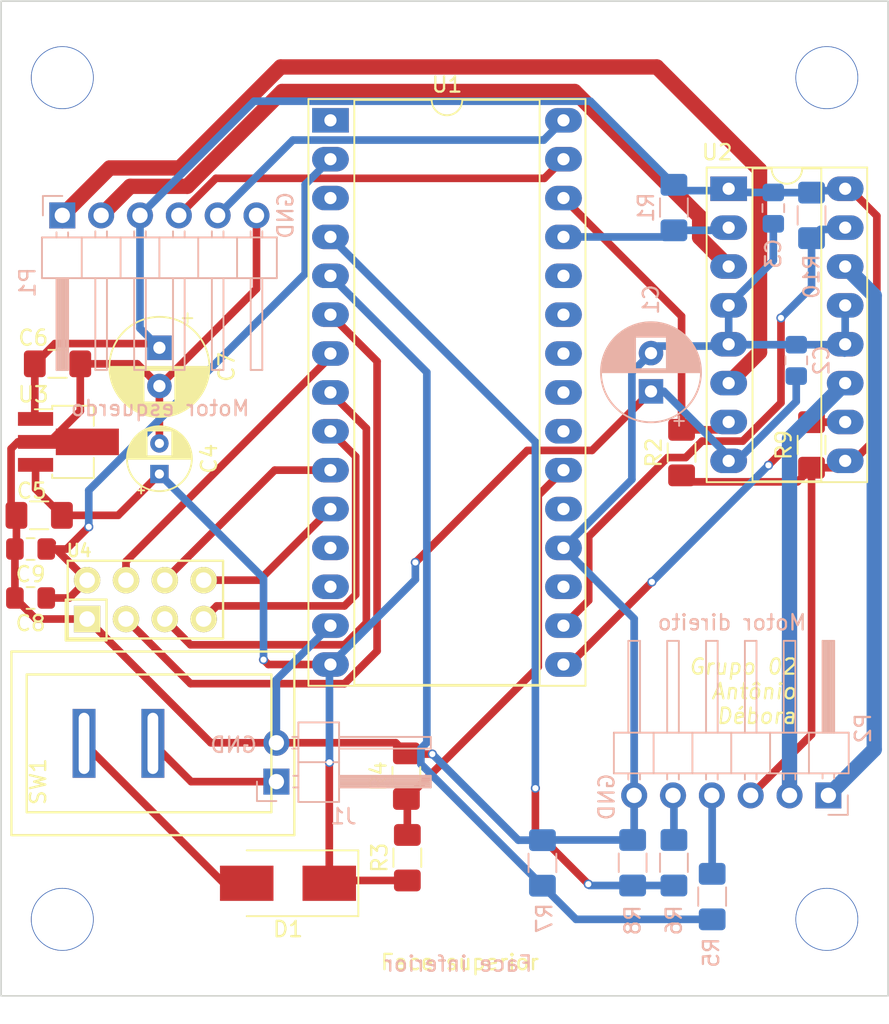
<source format=kicad_pcb>
(kicad_pcb (version 20171130) (host pcbnew 5.1.10-88a1d61d58~90~ubuntu20.04.1)

  (general
    (thickness 1.6)
    (drawings 21)
    (tracks 238)
    (zones 0)
    (modules 28)
    (nets 39)
  )

  (page A4)
  (layers
    (0 F.Cu signal)
    (31 B.Cu signal)
    (32 B.Adhes user)
    (33 F.Adhes user)
    (34 B.Paste user)
    (35 F.Paste user)
    (36 B.SilkS user)
    (37 F.SilkS user)
    (38 B.Mask user)
    (39 F.Mask user)
    (40 Dwgs.User user)
    (41 Cmts.User user)
    (42 Eco1.User user)
    (43 Eco2.User user)
    (44 Edge.Cuts user)
    (45 Margin user)
    (46 B.CrtYd user)
    (47 F.CrtYd user)
    (48 B.Fab user)
    (49 F.Fab user)
  )

  (setup
    (last_trace_width 1)
    (user_trace_width 0.5)
    (user_trace_width 0.8)
    (user_trace_width 1)
    (user_trace_width 1.5)
    (user_trace_width 2)
    (trace_clearance 0.2)
    (zone_clearance 0.508)
    (zone_45_only no)
    (trace_min 0.2)
    (via_size 0.6)
    (via_drill 0.4)
    (via_min_size 0.4)
    (via_min_drill 0.3)
    (user_via 1.6 0.8)
    (user_via 3.1 3)
    (user_via 3.2 1.2)
    (user_via 4.1 4)
    (uvia_size 0.3)
    (uvia_drill 0.1)
    (uvias_allowed no)
    (uvia_min_size 0.2)
    (uvia_min_drill 0.1)
    (edge_width 0.1)
    (segment_width 0.2)
    (pcb_text_width 0.3)
    (pcb_text_size 1.5 1.5)
    (mod_edge_width 0.15)
    (mod_text_size 1 1)
    (mod_text_width 0.15)
    (pad_size 9 9)
    (pad_drill 4.2)
    (pad_to_mask_clearance 0)
    (aux_axis_origin 0 0)
    (visible_elements 7FFFFFFF)
    (pcbplotparams
      (layerselection 0x010f0_ffffffff)
      (usegerberextensions false)
      (usegerberattributes false)
      (usegerberadvancedattributes false)
      (creategerberjobfile false)
      (excludeedgelayer true)
      (linewidth 0.100000)
      (plotframeref false)
      (viasonmask false)
      (mode 1)
      (useauxorigin false)
      (hpglpennumber 1)
      (hpglpenspeed 20)
      (hpglpendiameter 15.000000)
      (psnegative false)
      (psa4output false)
      (plotreference true)
      (plotvalue true)
      (plotinvisibletext false)
      (padsonsilk false)
      (subtractmaskfromsilk false)
      (outputformat 1)
      (mirror false)
      (drillshape 0)
      (scaleselection 1)
      (outputdirectory ""))
  )

  (net 0 "")
  (net 1 GND)
  (net 2 +BATT)
  (net 3 +5V)
  (net 4 +3V3)
  (net 5 "Net-(D1-Pad2)")
  (net 6 "Net-(J1-Pad1)")
  (net 7 /MotorL/ENCODER_2)
  (net 8 /MotorL/ENCODER_1)
  (net 9 "Net-(P1-Pad2)")
  (net 10 "Net-(P1-Pad1)")
  (net 11 /MotorR/ENC_R_2)
  (net 12 /MotorR/ENC_R_1)
  (net 13 "Net-(P2-Pad2)")
  (net 14 "Net-(P2-Pad1)")
  (net 15 /MotorL/PWM_1)
  (net 16 /MotorL/PWM_2)
  (net 17 /Microcontroller/BATTERY_VOLTAGE)
  (net 18 /MotorR/ENCODER_1)
  (net 19 /MotorR/ENCODER_2)
  (net 20 /MotorR/PWM_1)
  (net 21 /MotorR/PWM_2)
  (net 22 "Net-(U1-Pad1)")
  (net 23 "Net-(U1-Pad3)")
  (net 24 "Net-(U1-Pad18)")
  (net 25 /Radio/CE)
  (net 26 "Net-(U1-Pad20)")
  (net 27 /Radio/CSN)
  (net 28 /Radio/SCK)
  (net 29 "Net-(U1-Pad22)")
  (net 30 /Radio/MISO)
  (net 31 "Net-(U1-Pad23)")
  (net 32 /Radio/MOSI)
  (net 33 "Net-(U1-Pad24)")
  (net 34 /Radio/IRQ)
  (net 35 "Net-(U1-Pad25)")
  (net 36 "Net-(U1-Pad12)")
  (net 37 "Net-(U1-Pad26)")
  (net 38 "Net-(U1-Pad13)")

  (net_class Default "This is the default net class."
    (clearance 0.2)
    (trace_width 0.25)
    (via_dia 0.6)
    (via_drill 0.4)
    (uvia_dia 0.3)
    (uvia_drill 0.1)
    (add_net +3V3)
    (add_net +5V)
    (add_net +BATT)
    (add_net /Microcontroller/BATTERY_VOLTAGE)
    (add_net /MotorL/ENCODER_1)
    (add_net /MotorL/ENCODER_2)
    (add_net /MotorL/PWM_1)
    (add_net /MotorL/PWM_2)
    (add_net /MotorR/ENCODER_1)
    (add_net /MotorR/ENCODER_2)
    (add_net /MotorR/ENC_R_1)
    (add_net /MotorR/ENC_R_2)
    (add_net /MotorR/PWM_1)
    (add_net /MotorR/PWM_2)
    (add_net /Radio/CE)
    (add_net /Radio/CSN)
    (add_net /Radio/IRQ)
    (add_net /Radio/MISO)
    (add_net /Radio/MOSI)
    (add_net /Radio/SCK)
    (add_net GND)
    (add_net "Net-(D1-Pad2)")
    (add_net "Net-(J1-Pad1)")
    (add_net "Net-(P1-Pad1)")
    (add_net "Net-(P1-Pad2)")
    (add_net "Net-(P2-Pad1)")
    (add_net "Net-(P2-Pad2)")
    (add_net "Net-(U1-Pad1)")
    (add_net "Net-(U1-Pad12)")
    (add_net "Net-(U1-Pad13)")
    (add_net "Net-(U1-Pad18)")
    (add_net "Net-(U1-Pad20)")
    (add_net "Net-(U1-Pad22)")
    (add_net "Net-(U1-Pad23)")
    (add_net "Net-(U1-Pad24)")
    (add_net "Net-(U1-Pad25)")
    (add_net "Net-(U1-Pad26)")
    (add_net "Net-(U1-Pad3)")
  )

  (net_class "Trilha 0,5 mm" ""
    (clearance 0.5)
    (trace_width 0.5)
    (via_dia 0.6)
    (via_drill 0.4)
    (uvia_dia 0.3)
    (uvia_drill 0.1)
  )

  (net_class "Trilha 1 mm" ""
    (clearance 0.5)
    (trace_width 1)
    (via_dia 0.6)
    (via_drill 0.4)
    (uvia_dia 0.3)
    (uvia_drill 0.1)
  )

  (module lib:NRF24L01 (layer F.Cu) (tedit 5F56448D) (tstamp 5F56FFA4)
    (at 124.1 111.9 180)
    (descr NRF24L01)
    (tags "nRF 24 NRF24L01 NRF24L01+")
    (path /5912AF79/5912B0B4)
    (fp_text reference U4 (at -1 6) (layer F.SilkS)
      (effects (font (size 0.8 0.8) (thickness 0.16)))
    )
    (fp_text value nRF24L01+ (at -8.382 7.112) (layer F.Fab) hide
      (effects (font (size 0.8 0.8) (thickness 0.16)))
    )
    (fp_line (start -15.25 28.8) (end 0 28.8) (layer F.CrtYd) (width 0.15))
    (fp_line (start 0 28.8) (end 0 0) (layer F.CrtYd) (width 0.15))
    (fp_line (start 0 0) (end -15.25 0) (layer F.CrtYd) (width 0.15))
    (fp_line (start -15.25 0) (end -15.25 28.8) (layer F.CrtYd) (width 0.15))
    (fp_line (start -2.794 0.127) (end -0.127 0.127) (layer F.SilkS) (width 0.15))
    (fp_line (start -0.127 0.127) (end -0.127 2.794) (layer F.SilkS) (width 0.15))
    (fp_line (start 0 0) (end -15.25 0) (layer B.CrtYd) (width 0.15))
    (fp_line (start -15.25 0) (end -15.25 28.8) (layer B.CrtYd) (width 0.15))
    (fp_line (start -15.25 28.8) (end 0 28.8) (layer B.CrtYd) (width 0.15))
    (fp_line (start 0 28.8) (end 0 0) (layer B.CrtYd) (width 0.15))
    (fp_line (start -7.874 0.254) (end -10.414 0.254) (layer F.SilkS) (width 0.15))
    (fp_line (start -10.414 0.254) (end -10.414 2.794) (layer F.SilkS) (width 0.15))
    (fp_line (start -2.794 0.254) (end -2.794 2.794) (layer F.SilkS) (width 0.15))
    (fp_line (start -2.794 2.794) (end -0.254 2.794) (layer F.SilkS) (width 0.15))
    (fp_line (start -10.894 -0.226) (end -10.894 5.824) (layer F.CrtYd) (width 0.05))
    (fp_line (start 0.256 -0.226) (end 0.256 5.824) (layer F.CrtYd) (width 0.05))
    (fp_line (start -10.894 -0.226) (end 0.256 -0.226) (layer F.CrtYd) (width 0.05))
    (fp_line (start -10.894 5.824) (end 0.256 5.824) (layer F.CrtYd) (width 0.05))
    (fp_line (start -7.874 0.254) (end -0.254 0.254) (layer F.SilkS) (width 0.15))
    (fp_line (start -0.254 0.254) (end -0.254 5.334) (layer F.SilkS) (width 0.15))
    (fp_line (start -0.254 5.334) (end -10.414 5.334) (layer F.SilkS) (width 0.15))
    (fp_line (start -10.414 5.334) (end -10.414 2.794) (layer F.SilkS) (width 0.15))
    (pad 2 thru_hole oval (at -1.524 4.064 180) (size 1.7272 1.7272) (drill 1.016) (layers *.Cu *.Mask F.SilkS)
      (net 4 +3V3))
    (pad 1 thru_hole rect (at -1.524 1.524 180) (size 1.7272 1.7272) (drill 1.016) (layers *.Cu *.Mask F.SilkS)
      (net 1 GND))
    (pad 4 thru_hole oval (at -4.064 4.064 180) (size 1.7272 1.7272) (drill 1.016) (layers *.Cu *.Mask F.SilkS)
      (net 27 /Radio/CSN))
    (pad 3 thru_hole oval (at -4.064 1.524 180) (size 1.7272 1.7272) (drill 1.016) (layers *.Cu *.Mask F.SilkS)
      (net 25 /Radio/CE))
    (pad 6 thru_hole oval (at -6.604 4.064 180) (size 1.7272 1.7272) (drill 1.016) (layers *.Cu *.Mask F.SilkS)
      (net 32 /Radio/MOSI))
    (pad 5 thru_hole oval (at -6.604 1.524 180) (size 1.7272 1.7272) (drill 1.016) (layers *.Cu *.Mask F.SilkS)
      (net 28 /Radio/SCK))
    (pad 8 thru_hole oval (at -9.144 4.064 180) (size 1.7272 1.7272) (drill 1.016) (layers *.Cu *.Mask F.SilkS)
      (net 34 /Radio/IRQ))
    (pad 7 thru_hole oval (at -9.144 1.524 180) (size 1.7272 1.7272) (drill 1.016) (layers *.Cu *.Mask F.SilkS)
      (net 30 /Radio/MISO))
    (model ${KISYS3DMOD}/Connector_PinSocket_2.54mm.3dshapes/PinSocket_2x04_P2.54mm_Vertical.wrl
      (offset (xyz -1.5 -4 0))
      (scale (xyz 1 1 1))
      (rotate (xyz 0 0 90))
    )
    (model ${KIPRJMOD}/lib/3D/nRF24L01+_enhanced.stp
      (offset (xyz -7 -14.5 10.5))
      (scale (xyz 1 1 1))
      (rotate (xyz -90 0 90))
    )
  )

  (module Package_TO_SOT_SMD:SOT-89-3_Handsoldering (layer F.Cu) (tedit 5C33D6DD) (tstamp 5F56FF82)
    (at 124.4 98.8)
    (descr "SOT-89-3 Handsoldering")
    (tags "SOT-89-3 Handsoldering")
    (path /5884E5A9/599738EB)
    (attr smd)
    (fp_text reference U3 (at -2.3 -3.1 180) (layer F.SilkS)
      (effects (font (size 1 1) (thickness 0.15)))
    )
    (fp_text value LM78L05 (at 0.3 3.5) (layer F.Fab)
      (effects (font (size 1 1) (thickness 0.15)))
    )
    (fp_line (start -1.06 2.36) (end -1.06 2.13) (layer F.SilkS) (width 0.12))
    (fp_line (start -1.06 -2.36) (end -1.06 -2.13) (layer F.SilkS) (width 0.12))
    (fp_line (start -1.06 -2.36) (end 1.66 -2.36) (layer F.SilkS) (width 0.12))
    (fp_line (start -3.55 2.5) (end -3.55 -2.5) (layer F.CrtYd) (width 0.05))
    (fp_line (start -3.55 2.5) (end 3.55 2.5) (layer F.CrtYd) (width 0.05))
    (fp_line (start 3.55 -2.5) (end -3.55 -2.5) (layer F.CrtYd) (width 0.05))
    (fp_line (start 3.55 -2.5) (end 3.55 2.5) (layer F.CrtYd) (width 0.05))
    (fp_line (start 0.05 -2.25) (end 1.55 -2.25) (layer F.Fab) (width 0.1))
    (fp_line (start -0.95 2.25) (end -0.95 -1.25) (layer F.Fab) (width 0.1))
    (fp_line (start 1.55 2.25) (end -0.95 2.25) (layer F.Fab) (width 0.1))
    (fp_line (start 1.55 -2.25) (end 1.55 2.25) (layer F.Fab) (width 0.1))
    (fp_line (start -0.95 -1.25) (end 0.05 -2.25) (layer F.Fab) (width 0.1))
    (fp_line (start 1.66 -2.36) (end 1.66 -1.05) (layer F.SilkS) (width 0.12))
    (fp_line (start -2.2 -2.13) (end -1.06 -2.13) (layer F.SilkS) (width 0.12))
    (fp_line (start 1.66 2.36) (end -1.06 2.36) (layer F.SilkS) (width 0.12))
    (fp_line (start 1.66 1.05) (end 1.66 2.36) (layer F.SilkS) (width 0.12))
    (fp_text user %R (at 0.5 0) (layer F.Fab)
      (effects (font (size 1 1) (thickness 0.15)))
    )
    (pad 2 smd custom (at -2.0625 0) (size 2.475 0.9) (layers F.Cu F.Paste F.Mask)
      (net 1 GND) (zone_connect 2)
      (options (clearance outline) (anchor rect))
      (primitives
        (gr_poly (pts
           (xy 1.2375 -0.8665) (xy 5.3625 -0.8665) (xy 5.3625 0.8665) (xy 1.2375 0.8665)) (width 0))
      ))
    (pad 3 smd rect (at -2.15 1.5) (size 2.3 0.9) (layers F.Cu F.Paste F.Mask)
      (net 2 +BATT))
    (pad 1 smd rect (at -2.15 -1.5) (size 2.3 0.9) (layers F.Cu F.Paste F.Mask)
      (net 3 +5V))
    (model ${KISYS3DMOD}/Package_TO_SOT_SMD.3dshapes/SOT-89-3.wrl
      (at (xyz 0 0 0))
      (scale (xyz 1 1 1))
      (rotate (xyz 0 0 0))
    )
  )

  (module Package_DIP:DIP-16_W7.62mm_Socket_LongPads (layer F.Cu) (tedit 5A02E8C5) (tstamp 5F56FF6A)
    (at 167.58 82.26)
    (descr "16-lead though-hole mounted DIP package, row spacing 7.62 mm (300 mils), Socket, LongPads")
    (tags "THT DIP DIL PDIP 2.54mm 7.62mm 300mil Socket LongPads")
    (path /583B7CD9/5B477E90)
    (fp_text reference U2 (at -0.75 -2.38) (layer F.SilkS)
      (effects (font (size 1 1) (thickness 0.15)))
    )
    (fp_text value SN754410 (at 3.81 20.11) (layer F.Fab)
      (effects (font (size 1 1) (thickness 0.15)))
    )
    (fp_line (start 9.15 -1.6) (end -1.55 -1.6) (layer F.CrtYd) (width 0.05))
    (fp_line (start 9.15 19.4) (end 9.15 -1.6) (layer F.CrtYd) (width 0.05))
    (fp_line (start -1.55 19.4) (end 9.15 19.4) (layer F.CrtYd) (width 0.05))
    (fp_line (start -1.55 -1.6) (end -1.55 19.4) (layer F.CrtYd) (width 0.05))
    (fp_line (start 9.06 -1.39) (end -1.44 -1.39) (layer F.SilkS) (width 0.12))
    (fp_line (start 9.06 19.17) (end 9.06 -1.39) (layer F.SilkS) (width 0.12))
    (fp_line (start -1.44 19.17) (end 9.06 19.17) (layer F.SilkS) (width 0.12))
    (fp_line (start -1.44 -1.39) (end -1.44 19.17) (layer F.SilkS) (width 0.12))
    (fp_line (start 6.06 -1.33) (end 4.81 -1.33) (layer F.SilkS) (width 0.12))
    (fp_line (start 6.06 19.11) (end 6.06 -1.33) (layer F.SilkS) (width 0.12))
    (fp_line (start 1.56 19.11) (end 6.06 19.11) (layer F.SilkS) (width 0.12))
    (fp_line (start 1.56 -1.33) (end 1.56 19.11) (layer F.SilkS) (width 0.12))
    (fp_line (start 2.81 -1.33) (end 1.56 -1.33) (layer F.SilkS) (width 0.12))
    (fp_line (start 8.89 -1.33) (end -1.27 -1.33) (layer F.Fab) (width 0.1))
    (fp_line (start 8.89 19.11) (end 8.89 -1.33) (layer F.Fab) (width 0.1))
    (fp_line (start -1.27 19.11) (end 8.89 19.11) (layer F.Fab) (width 0.1))
    (fp_line (start -1.27 -1.33) (end -1.27 19.11) (layer F.Fab) (width 0.1))
    (fp_line (start 0.635 -0.27) (end 1.635 -1.27) (layer F.Fab) (width 0.1))
    (fp_line (start 0.635 19.05) (end 0.635 -0.27) (layer F.Fab) (width 0.1))
    (fp_line (start 6.985 19.05) (end 0.635 19.05) (layer F.Fab) (width 0.1))
    (fp_line (start 6.985 -1.27) (end 6.985 19.05) (layer F.Fab) (width 0.1))
    (fp_line (start 1.635 -1.27) (end 6.985 -1.27) (layer F.Fab) (width 0.1))
    (fp_text user %R (at 3.81 8.89) (layer F.Fab)
      (effects (font (size 1 1) (thickness 0.15)))
    )
    (fp_arc (start 3.81 -1.33) (end 2.81 -1.33) (angle -180) (layer F.SilkS) (width 0.12))
    (pad 16 thru_hole oval (at 7.62 0) (size 2.4 1.6) (drill 0.8) (layers *.Cu *.Mask)
      (net 3 +5V))
    (pad 8 thru_hole oval (at 0 17.78) (size 2.4 1.6) (drill 0.8) (layers *.Cu *.Mask)
      (net 2 +BATT))
    (pad 15 thru_hole oval (at 7.62 2.54) (size 2.4 1.6) (drill 0.8) (layers *.Cu *.Mask)
      (net 21 /MotorR/PWM_2))
    (pad 7 thru_hole oval (at 0 15.24) (size 2.4 1.6) (drill 0.8) (layers *.Cu *.Mask)
      (net 16 /MotorL/PWM_2))
    (pad 14 thru_hole oval (at 7.62 5.08) (size 2.4 1.6) (drill 0.8) (layers *.Cu *.Mask)
      (net 14 "Net-(P2-Pad1)"))
    (pad 6 thru_hole oval (at 0 12.7) (size 2.4 1.6) (drill 0.8) (layers *.Cu *.Mask)
      (net 10 "Net-(P1-Pad1)"))
    (pad 13 thru_hole oval (at 7.62 7.62) (size 2.4 1.6) (drill 0.8) (layers *.Cu *.Mask)
      (net 1 GND))
    (pad 5 thru_hole oval (at 0 10.16) (size 2.4 1.6) (drill 0.8) (layers *.Cu *.Mask)
      (net 1 GND))
    (pad 12 thru_hole oval (at 7.62 10.16) (size 2.4 1.6) (drill 0.8) (layers *.Cu *.Mask)
      (net 1 GND))
    (pad 4 thru_hole oval (at 0 7.62) (size 2.4 1.6) (drill 0.8) (layers *.Cu *.Mask)
      (net 1 GND))
    (pad 11 thru_hole oval (at 7.62 12.7) (size 2.4 1.6) (drill 0.8) (layers *.Cu *.Mask)
      (net 13 "Net-(P2-Pad2)"))
    (pad 3 thru_hole oval (at 0 5.08) (size 2.4 1.6) (drill 0.8) (layers *.Cu *.Mask)
      (net 9 "Net-(P1-Pad2)"))
    (pad 10 thru_hole oval (at 7.62 15.24) (size 2.4 1.6) (drill 0.8) (layers *.Cu *.Mask)
      (net 20 /MotorR/PWM_1))
    (pad 2 thru_hole oval (at 0 2.54) (size 2.4 1.6) (drill 0.8) (layers *.Cu *.Mask)
      (net 15 /MotorL/PWM_1))
    (pad 9 thru_hole oval (at 7.62 17.78) (size 2.4 1.6) (drill 0.8) (layers *.Cu *.Mask)
      (net 3 +5V))
    (pad 1 thru_hole rect (at 0 0) (size 2.4 1.6) (drill 0.8) (layers *.Cu *.Mask)
      (net 3 +5V))
    (model ${KISYS3DMOD}/Package_DIP.3dshapes/DIP-16_W7.62mm_Socket.wrl
      (at (xyz 0 0 0))
      (scale (xyz 1 1 1))
      (rotate (xyz 0 0 0))
    )
    (model ${KISYS3DMOD}/Package_DIP.3dshapes/DIP-16_W7.62mm.wrl
      (offset (xyz 0 0 4.5))
      (scale (xyz 1 1 1))
      (rotate (xyz 0 0 0))
    )
  )

  (module lib:NUCLEO-F3 (layer F.Cu) (tedit 5F56452A) (tstamp 5F56FF3E)
    (at 141.53642 77.7875)
    (descr "28-lead though-hole mounted DIP package, row spacing 15.24 mm (600 mils), Socket, LongPads")
    (tags "THT DIP DIL PDIP 2.54mm 15.24mm 600mil Socket LongPads")
    (path /583B6F17/5B473CAD)
    (fp_text reference U1 (at 7.62 -2.33 180) (layer F.SilkS)
      (effects (font (size 1 1) (thickness 0.15)))
    )
    (fp_text value NUCLEO-F303K8 (at 7.62 38.1 180) (layer F.Fab)
      (effects (font (size 1 1) (thickness 0.15)))
    )
    (fp_line (start 1.255 -1.27) (end 14.985 -1.27) (layer F.Fab) (width 0.1))
    (fp_line (start 14.985 -1.27) (end 14.985 36.83) (layer F.Fab) (width 0.1))
    (fp_line (start 14.985 36.83) (end 0.255 36.83) (layer F.Fab) (width 0.1))
    (fp_line (start 0.255 36.83) (end 0.255 -0.27) (layer F.Fab) (width 0.1))
    (fp_line (start 0.255 -0.27) (end 1.255 -1.27) (layer F.Fab) (width 0.1))
    (fp_line (start -1.27 -1.33) (end -1.27 36.89) (layer F.Fab) (width 0.1))
    (fp_line (start -1.27 36.89) (end 16.51 36.89) (layer F.Fab) (width 0.1))
    (fp_line (start 16.51 36.89) (end 16.51 -1.33) (layer F.Fab) (width 0.1))
    (fp_line (start 16.51 -1.33) (end -1.27 -1.33) (layer F.Fab) (width 0.1))
    (fp_line (start 6.62 -1.33) (end 1.56 -1.33) (layer F.SilkS) (width 0.12))
    (fp_line (start 1.56 -1.33) (end 1.56 36.89) (layer F.SilkS) (width 0.12))
    (fp_line (start 1.56 36.89) (end 13.68 36.89) (layer F.SilkS) (width 0.12))
    (fp_line (start 13.68 36.83) (end 13.68 -1.33) (layer F.SilkS) (width 0.12))
    (fp_line (start 13.68 -1.33) (end 8.62 -1.33) (layer F.SilkS) (width 0.12))
    (fp_line (start -1.44 -1.39) (end -1.44 36.95) (layer F.SilkS) (width 0.12))
    (fp_line (start -1.44 36.95) (end 16.68 36.95) (layer F.SilkS) (width 0.12))
    (fp_line (start 16.68 36.95) (end 16.68 -1.39) (layer F.SilkS) (width 0.12))
    (fp_line (start 16.68 -1.39) (end -1.44 -1.39) (layer F.SilkS) (width 0.12))
    (fp_line (start -1.55 -1.6) (end -1.55 37.19) (layer F.CrtYd) (width 0.05))
    (fp_line (start -1.55 37.19) (end 16.8 37.19) (layer F.CrtYd) (width 0.05))
    (fp_line (start 16.8 37.19) (end 16.8 -1.6) (layer F.CrtYd) (width 0.05))
    (fp_line (start 16.8 -1.6) (end -1.55 -1.6) (layer F.CrtYd) (width 0.05))
    (fp_text user %R (at 7.62 16.51 180) (layer F.Fab)
      (effects (font (size 1 1) (thickness 0.15)))
    )
    (fp_arc (start 7.62 -1.33) (end 6.62 -1.33) (angle -180) (layer F.SilkS) (width 0.12))
    (pad 30 thru_hole oval (at 15.24 0) (size 2.4 1.6) (drill 0.8) (layers *.Cu *.Mask)
      (net 7 /MotorL/ENCODER_2))
    (pad 15 thru_hole oval (at 0 35.56) (size 2.4 1.6) (drill 0.8) (layers *.Cu *.Mask)
      (net 2 +BATT))
    (pad 28 thru_hole oval (at 15.24 5.08) (size 2.4 1.6) (drill 0.8) (layers *.Cu *.Mask)
      (net 16 /MotorL/PWM_2))
    (pad 14 thru_hole oval (at 0 33.02) (size 2.4 1.6) (drill 0.8) (layers *.Cu *.Mask)
      (net 1 GND))
    (pad 27 thru_hole oval (at 15.24 7.62) (size 2.4 1.6) (drill 0.8) (layers *.Cu *.Mask)
      (net 15 /MotorL/PWM_1))
    (pad 13 thru_hole oval (at 0 30.48) (size 2.4 1.6) (drill 0.8) (layers *.Cu *.Mask)
      (net 38 "Net-(U1-Pad13)"))
    (pad 26 thru_hole oval (at 15.24 10.16) (size 2.4 1.6) (drill 0.8) (layers *.Cu *.Mask)
      (net 37 "Net-(U1-Pad26)"))
    (pad 12 thru_hole oval (at 0 27.94) (size 2.4 1.6) (drill 0.8) (layers *.Cu *.Mask)
      (net 36 "Net-(U1-Pad12)"))
    (pad 25 thru_hole oval (at 15.24 12.7) (size 2.4 1.6) (drill 0.8) (layers *.Cu *.Mask)
      (net 35 "Net-(U1-Pad25)"))
    (pad 11 thru_hole oval (at 0 25.4) (size 2.4 1.6) (drill 0.8) (layers *.Cu *.Mask)
      (net 34 /Radio/IRQ))
    (pad 24 thru_hole oval (at 15.24 15.24) (size 2.4 1.6) (drill 0.8) (layers *.Cu *.Mask)
      (net 33 "Net-(U1-Pad24)"))
    (pad 10 thru_hole oval (at 0 22.86) (size 2.4 1.6) (drill 0.8) (layers *.Cu *.Mask)
      (net 32 /Radio/MOSI))
    (pad 23 thru_hole oval (at 15.24 17.78) (size 2.4 1.6) (drill 0.8) (layers *.Cu *.Mask)
      (net 31 "Net-(U1-Pad23)"))
    (pad 9 thru_hole oval (at 0 20.32) (size 2.4 1.6) (drill 0.8) (layers *.Cu *.Mask)
      (net 30 /Radio/MISO))
    (pad 22 thru_hole oval (at 15.24 20.32) (size 2.4 1.6) (drill 0.8) (layers *.Cu *.Mask)
      (net 29 "Net-(U1-Pad22)"))
    (pad 8 thru_hole oval (at 0 17.78) (size 2.4 1.6) (drill 0.8) (layers *.Cu *.Mask)
      (net 28 /Radio/SCK))
    (pad 21 thru_hole oval (at 15.24 22.86) (size 2.4 1.6) (drill 0.8) (layers *.Cu *.Mask)
      (net 17 /Microcontroller/BATTERY_VOLTAGE))
    (pad 7 thru_hole oval (at 0 15.24) (size 2.4 1.6) (drill 0.8) (layers *.Cu *.Mask)
      (net 27 /Radio/CSN))
    (pad 20 thru_hole oval (at 15.24 25.4) (size 2.4 1.6) (drill 0.8) (layers *.Cu *.Mask)
      (net 26 "Net-(U1-Pad20)"))
    (pad 6 thru_hole oval (at 0 12.7) (size 2.4 1.6) (drill 0.8) (layers *.Cu *.Mask)
      (net 25 /Radio/CE))
    (pad 19 thru_hole oval (at 15.24 27.94) (size 2.4 1.6) (drill 0.8) (layers *.Cu *.Mask)
      (net 1 GND))
    (pad 5 thru_hole oval (at 0 10.16) (size 2.4 1.6) (drill 0.8) (layers *.Cu *.Mask)
      (net 18 /MotorR/ENCODER_1))
    (pad 18 thru_hole oval (at 15.24 30.48) (size 2.4 1.6) (drill 0.8) (layers *.Cu *.Mask)
      (net 24 "Net-(U1-Pad18)"))
    (pad 4 thru_hole oval (at 0 7.62) (size 2.4 1.6) (drill 0.8) (layers *.Cu *.Mask)
      (net 19 /MotorR/ENCODER_2))
    (pad 17 thru_hole oval (at 15.24 33.02) (size 2.4 1.6) (drill 0.8) (layers *.Cu *.Mask)
      (net 21 /MotorR/PWM_2))
    (pad 3 thru_hole oval (at 0 5.08) (size 2.4 1.6) (drill 0.8) (layers *.Cu *.Mask)
      (net 23 "Net-(U1-Pad3)"))
    (pad 16 thru_hole oval (at 15.24 35.56) (size 2.4 1.6) (drill 0.8) (layers *.Cu *.Mask)
      (net 20 /MotorR/PWM_1))
    (pad 2 thru_hole oval (at 0 2.54) (size 2.4 1.6) (drill 0.8) (layers *.Cu *.Mask)
      (net 4 +3V3))
    (pad 29 thru_hole oval (at 15.24 2.54) (size 2.4 1.6) (drill 0.8) (layers *.Cu *.Mask)
      (net 8 /MotorL/ENCODER_1))
    (pad 1 thru_hole rect (at 0 0) (size 2.4 1.6) (drill 0.8) (layers *.Cu *.Mask)
      (net 22 "Net-(U1-Pad1)"))
    (model ${KISYS3DMOD}/Connector_PinSocket_2.54mm.3dshapes/PinSocket_1x15_P2.54mm_Vertical.wrl
      (at (xyz 0 0 0))
      (scale (xyz 1 1 1))
      (rotate (xyz 0 0 0))
    )
    (model ${KISYS3DMOD}/Connector_PinSocket_2.54mm.3dshapes/PinSocket_1x15_P2.54mm_Vertical.wrl
      (offset (xyz 15 0 0))
      (scale (xyz 1 1 1))
      (rotate (xyz 0 0 0))
    )
    (model ${KIPRJMOD}/lib/3D/NUCLEO-F303K8.STEP
      (offset (xyz 7.5 -20 7.5))
      (scale (xyz 1 1 1))
      (rotate (xyz 0 0 180))
    )
  )

  (module lib:PRK22J5DBBNN (layer F.Cu) (tedit 5B58EF34) (tstamp 5F56FF04)
    (at 127.6731 118.5 270)
    (path /5884E5A9/5B591DDE)
    (fp_text reference SW1 (at 2.5 5.25 90) (layer F.SilkS)
      (effects (font (size 1 1) (thickness 0.15)))
    )
    (fp_text value SW_SPST (at 0 -10.75 90) (layer F.Fab)
      (effects (font (size 1 1) (thickness 0.15)))
    )
    (fp_line (start -6 7) (end 6 7) (layer F.SilkS) (width 0.15))
    (fp_line (start 6 7) (end 6 -11.5) (layer F.SilkS) (width 0.15))
    (fp_line (start 6 -11.5) (end -6 -11.5) (layer F.SilkS) (width 0.15))
    (fp_line (start -6 -11.5) (end -6 7) (layer F.SilkS) (width 0.15))
    (fp_line (start -4.5 6) (end 4.5 6) (layer F.SilkS) (width 0.15))
    (fp_line (start 4.5 6) (end 4.5 -10) (layer F.SilkS) (width 0.15))
    (fp_line (start 4.5 -10) (end -4.5 -10) (layer F.SilkS) (width 0.15))
    (fp_line (start -4.5 -10) (end -4.5 6) (layer F.SilkS) (width 0.15))
    (pad 1 thru_hole rect (at 0 -2.25 270) (size 4.5 1.5) (drill oval 4 0.7) (layers *.Cu *.Mask)
      (net 6 "Net-(J1-Pad1)"))
    (pad 2 thru_hole rect (at 0 2.25 270) (size 4.5 1.5) (drill oval 4 0.7) (layers *.Cu *.Mask)
      (net 5 "Net-(D1-Pad2)"))
    (model ${KIPRJMOD}/lib/3D/switch_prk22j5dbbnn.wrl
      (offset (xyz 0 2.260599966049194 10.79499983787537))
      (scale (xyz 393.7 393.7 393.7))
      (rotate (xyz 0 0 0))
    )
  )

  (module Resistor_SMD:R_1206_3216Metric_Pad1.42x1.75mm_HandSolder (layer B.Cu) (tedit 5B301BBD) (tstamp 6118280B)
    (at 173 84 270)
    (descr "Resistor SMD 1206 (3216 Metric), square (rectangular) end terminal, IPC_7351 nominal with elongated pad for handsoldering. (Body size source: http://www.tortai-tech.com/upload/download/2011102023233369053.pdf), generated with kicad-footprint-generator")
    (tags "resistor handsolder")
    (path /59138C67/5B478859)
    (attr smd)
    (fp_text reference R10 (at 4 0 270) (layer B.SilkS)
      (effects (font (size 1 1) (thickness 0.15)) (justify mirror))
    )
    (fp_text value 1k (at 0 -1.82 270) (layer B.Fab)
      (effects (font (size 1 1) (thickness 0.15)) (justify mirror))
    )
    (fp_line (start 2.45 -1.12) (end -2.45 -1.12) (layer B.CrtYd) (width 0.05))
    (fp_line (start 2.45 1.12) (end 2.45 -1.12) (layer B.CrtYd) (width 0.05))
    (fp_line (start -2.45 1.12) (end 2.45 1.12) (layer B.CrtYd) (width 0.05))
    (fp_line (start -2.45 -1.12) (end -2.45 1.12) (layer B.CrtYd) (width 0.05))
    (fp_line (start -0.602064 -0.91) (end 0.602064 -0.91) (layer B.SilkS) (width 0.12))
    (fp_line (start -0.602064 0.91) (end 0.602064 0.91) (layer B.SilkS) (width 0.12))
    (fp_line (start 1.6 -0.8) (end -1.6 -0.8) (layer B.Fab) (width 0.1))
    (fp_line (start 1.6 0.8) (end 1.6 -0.8) (layer B.Fab) (width 0.1))
    (fp_line (start -1.6 0.8) (end 1.6 0.8) (layer B.Fab) (width 0.1))
    (fp_line (start -1.6 -0.8) (end -1.6 0.8) (layer B.Fab) (width 0.1))
    (fp_text user %R (at 0 0 270) (layer B.Fab)
      (effects (font (size 0.8 0.8) (thickness 0.12)) (justify mirror))
    )
    (pad 2 smd roundrect (at 1.4875 0 270) (size 1.425 1.75) (layers B.Cu B.Paste B.Mask) (roundrect_rratio 0.175439)
      (net 21 /MotorR/PWM_2))
    (pad 1 smd roundrect (at -1.4875 0 270) (size 1.425 1.75) (layers B.Cu B.Paste B.Mask) (roundrect_rratio 0.175439)
      (net 3 +5V))
    (model ${KISYS3DMOD}/Resistor_SMD.3dshapes/R_1206_3216Metric.wrl
      (at (xyz 0 0 0))
      (scale (xyz 1 1 1))
      (rotate (xyz 0 0 0))
    )
  )

  (module Resistor_SMD:R_1206_3216Metric_Pad1.42x1.75mm_HandSolder (layer F.Cu) (tedit 5B301BBD) (tstamp 5F56FEE5)
    (at 173 99 90)
    (descr "Resistor SMD 1206 (3216 Metric), square (rectangular) end terminal, IPC_7351 nominal with elongated pad for handsoldering. (Body size source: http://www.tortai-tech.com/upload/download/2011102023233369053.pdf), generated with kicad-footprint-generator")
    (tags "resistor handsolder")
    (path /59138C67/5B478842)
    (attr smd)
    (fp_text reference R9 (at 0 -1.82 90) (layer F.SilkS)
      (effects (font (size 1 1) (thickness 0.15)))
    )
    (fp_text value 1k (at 0 1.82 90) (layer F.Fab)
      (effects (font (size 1 1) (thickness 0.15)))
    )
    (fp_line (start 2.45 1.12) (end -2.45 1.12) (layer F.CrtYd) (width 0.05))
    (fp_line (start 2.45 -1.12) (end 2.45 1.12) (layer F.CrtYd) (width 0.05))
    (fp_line (start -2.45 -1.12) (end 2.45 -1.12) (layer F.CrtYd) (width 0.05))
    (fp_line (start -2.45 1.12) (end -2.45 -1.12) (layer F.CrtYd) (width 0.05))
    (fp_line (start -0.602064 0.91) (end 0.602064 0.91) (layer F.SilkS) (width 0.12))
    (fp_line (start -0.602064 -0.91) (end 0.602064 -0.91) (layer F.SilkS) (width 0.12))
    (fp_line (start 1.6 0.8) (end -1.6 0.8) (layer F.Fab) (width 0.1))
    (fp_line (start 1.6 -0.8) (end 1.6 0.8) (layer F.Fab) (width 0.1))
    (fp_line (start -1.6 -0.8) (end 1.6 -0.8) (layer F.Fab) (width 0.1))
    (fp_line (start -1.6 0.8) (end -1.6 -0.8) (layer F.Fab) (width 0.1))
    (fp_text user %R (at 0 0 90) (layer F.Fab)
      (effects (font (size 0.8 0.8) (thickness 0.12)))
    )
    (pad 2 smd roundrect (at 1.4875 0 90) (size 1.425 1.75) (layers F.Cu F.Paste F.Mask) (roundrect_rratio 0.175439)
      (net 20 /MotorR/PWM_1))
    (pad 1 smd roundrect (at -1.4875 0 90) (size 1.425 1.75) (layers F.Cu F.Paste F.Mask) (roundrect_rratio 0.175439)
      (net 3 +5V))
    (model ${KISYS3DMOD}/Resistor_SMD.3dshapes/R_1206_3216Metric.wrl
      (at (xyz 0 0 0))
      (scale (xyz 1 1 1))
      (rotate (xyz 0 0 0))
    )
  )

  (module Resistor_SMD:R_1206_3216Metric_Pad1.42x1.75mm_HandSolder (layer B.Cu) (tedit 5B301BBD) (tstamp 5F56FED4)
    (at 161.3 126.3 90)
    (descr "Resistor SMD 1206 (3216 Metric), square (rectangular) end terminal, IPC_7351 nominal with elongated pad for handsoldering. (Body size source: http://www.tortai-tech.com/upload/download/2011102023233369053.pdf), generated with kicad-footprint-generator")
    (tags "resistor handsolder")
    (path /59138C67/5B475DBE)
    (attr smd)
    (fp_text reference R8 (at -3.7625 0 270) (layer B.SilkS)
      (effects (font (size 1 1) (thickness 0.15)) (justify mirror))
    )
    (fp_text value 91k (at 0 -1.82 270) (layer B.Fab)
      (effects (font (size 1 1) (thickness 0.15)) (justify mirror))
    )
    (fp_line (start 2.45 -1.12) (end -2.45 -1.12) (layer B.CrtYd) (width 0.05))
    (fp_line (start 2.45 1.12) (end 2.45 -1.12) (layer B.CrtYd) (width 0.05))
    (fp_line (start -2.45 1.12) (end 2.45 1.12) (layer B.CrtYd) (width 0.05))
    (fp_line (start -2.45 -1.12) (end -2.45 1.12) (layer B.CrtYd) (width 0.05))
    (fp_line (start -0.602064 -0.91) (end 0.602064 -0.91) (layer B.SilkS) (width 0.12))
    (fp_line (start -0.602064 0.91) (end 0.602064 0.91) (layer B.SilkS) (width 0.12))
    (fp_line (start 1.6 -0.8) (end -1.6 -0.8) (layer B.Fab) (width 0.1))
    (fp_line (start 1.6 0.8) (end 1.6 -0.8) (layer B.Fab) (width 0.1))
    (fp_line (start -1.6 0.8) (end 1.6 0.8) (layer B.Fab) (width 0.1))
    (fp_line (start -1.6 -0.8) (end -1.6 0.8) (layer B.Fab) (width 0.1))
    (fp_text user %R (at 0 0 270) (layer B.Fab)
      (effects (font (size 0.8 0.8) (thickness 0.12)) (justify mirror))
    )
    (pad 2 smd roundrect (at 1.4875 0 90) (size 1.425 1.75) (layers B.Cu B.Paste B.Mask) (roundrect_rratio 0.175439)
      (net 1 GND))
    (pad 1 smd roundrect (at -1.4875 0 90) (size 1.425 1.75) (layers B.Cu B.Paste B.Mask) (roundrect_rratio 0.175439)
      (net 19 /MotorR/ENCODER_2))
    (model ${KISYS3DMOD}/Resistor_SMD.3dshapes/R_1206_3216Metric.wrl
      (at (xyz 0 0 0))
      (scale (xyz 1 1 1))
      (rotate (xyz 0 0 0))
    )
  )

  (module Resistor_SMD:R_1206_3216Metric_Pad1.42x1.75mm_HandSolder (layer B.Cu) (tedit 5B301BBD) (tstamp 5F56FEC3)
    (at 155.4 126.3125 90)
    (descr "Resistor SMD 1206 (3216 Metric), square (rectangular) end terminal, IPC_7351 nominal with elongated pad for handsoldering. (Body size source: http://www.tortai-tech.com/upload/download/2011102023233369053.pdf), generated with kicad-footprint-generator")
    (tags "resistor handsolder")
    (path /59138C67/5B475A4F)
    (attr smd)
    (fp_text reference R7 (at -3.61 0.13 270) (layer B.SilkS)
      (effects (font (size 1 1) (thickness 0.15)) (justify mirror))
    )
    (fp_text value 91k (at 0 -1.82 270) (layer B.Fab)
      (effects (font (size 1 1) (thickness 0.15)) (justify mirror))
    )
    (fp_line (start 2.45 -1.12) (end -2.45 -1.12) (layer B.CrtYd) (width 0.05))
    (fp_line (start 2.45 1.12) (end 2.45 -1.12) (layer B.CrtYd) (width 0.05))
    (fp_line (start -2.45 1.12) (end 2.45 1.12) (layer B.CrtYd) (width 0.05))
    (fp_line (start -2.45 -1.12) (end -2.45 1.12) (layer B.CrtYd) (width 0.05))
    (fp_line (start -0.602064 -0.91) (end 0.602064 -0.91) (layer B.SilkS) (width 0.12))
    (fp_line (start -0.602064 0.91) (end 0.602064 0.91) (layer B.SilkS) (width 0.12))
    (fp_line (start 1.6 -0.8) (end -1.6 -0.8) (layer B.Fab) (width 0.1))
    (fp_line (start 1.6 0.8) (end 1.6 -0.8) (layer B.Fab) (width 0.1))
    (fp_line (start -1.6 0.8) (end 1.6 0.8) (layer B.Fab) (width 0.1))
    (fp_line (start -1.6 -0.8) (end -1.6 0.8) (layer B.Fab) (width 0.1))
    (fp_text user %R (at 0 0 180) (layer B.Fab)
      (effects (font (size 0.8 0.8) (thickness 0.12)) (justify mirror))
    )
    (pad 2 smd roundrect (at 1.4875 0 90) (size 1.425 1.75) (layers B.Cu B.Paste B.Mask) (roundrect_rratio 0.175439)
      (net 1 GND))
    (pad 1 smd roundrect (at -1.4875 0 90) (size 1.425 1.75) (layers B.Cu B.Paste B.Mask) (roundrect_rratio 0.175439)
      (net 18 /MotorR/ENCODER_1))
    (model ${KISYS3DMOD}/Resistor_SMD.3dshapes/R_1206_3216Metric.wrl
      (at (xyz 0 0 0))
      (scale (xyz 1 1 1))
      (rotate (xyz 0 0 0))
    )
  )

  (module Resistor_SMD:R_1206_3216Metric_Pad1.42x1.75mm_HandSolder (layer B.Cu) (tedit 5B301BBD) (tstamp 5F56FEB2)
    (at 164 126.3 270)
    (descr "Resistor SMD 1206 (3216 Metric), square (rectangular) end terminal, IPC_7351 nominal with elongated pad for handsoldering. (Body size source: http://www.tortai-tech.com/upload/download/2011102023233369053.pdf), generated with kicad-footprint-generator")
    (tags "resistor handsolder")
    (path /59138C67/5B475DB7)
    (attr smd)
    (fp_text reference R6 (at 3.7625 0 270) (layer B.SilkS)
      (effects (font (size 1 1) (thickness 0.15)) (justify mirror))
    )
    (fp_text value 47k (at 0 -1.82 270) (layer B.Fab)
      (effects (font (size 1 1) (thickness 0.15)) (justify mirror))
    )
    (fp_line (start 2.45 -1.12) (end -2.45 -1.12) (layer B.CrtYd) (width 0.05))
    (fp_line (start 2.45 1.12) (end 2.45 -1.12) (layer B.CrtYd) (width 0.05))
    (fp_line (start -2.45 1.12) (end 2.45 1.12) (layer B.CrtYd) (width 0.05))
    (fp_line (start -2.45 -1.12) (end -2.45 1.12) (layer B.CrtYd) (width 0.05))
    (fp_line (start -0.602064 -0.91) (end 0.602064 -0.91) (layer B.SilkS) (width 0.12))
    (fp_line (start -0.602064 0.91) (end 0.602064 0.91) (layer B.SilkS) (width 0.12))
    (fp_line (start 1.6 -0.8) (end -1.6 -0.8) (layer B.Fab) (width 0.1))
    (fp_line (start 1.6 0.8) (end 1.6 -0.8) (layer B.Fab) (width 0.1))
    (fp_line (start -1.6 0.8) (end 1.6 0.8) (layer B.Fab) (width 0.1))
    (fp_line (start -1.6 -0.8) (end -1.6 0.8) (layer B.Fab) (width 0.1))
    (fp_text user %R (at 0 0 270) (layer B.Fab)
      (effects (font (size 0.8 0.8) (thickness 0.12)) (justify mirror))
    )
    (pad 2 smd roundrect (at 1.4875 0 270) (size 1.425 1.75) (layers B.Cu B.Paste B.Mask) (roundrect_rratio 0.175439)
      (net 19 /MotorR/ENCODER_2))
    (pad 1 smd roundrect (at -1.4875 0 270) (size 1.425 1.75) (layers B.Cu B.Paste B.Mask) (roundrect_rratio 0.175439)
      (net 11 /MotorR/ENC_R_2))
    (model ${KISYS3DMOD}/Resistor_SMD.3dshapes/R_1206_3216Metric.wrl
      (at (xyz 0 0 0))
      (scale (xyz 1 1 1))
      (rotate (xyz 0 0 0))
    )
  )

  (module Resistor_SMD:R_1206_3216Metric_Pad1.42x1.75mm_HandSolder (layer B.Cu) (tedit 5B301BBD) (tstamp 5F56FEA1)
    (at 166.5 128.5125 270)
    (descr "Resistor SMD 1206 (3216 Metric), square (rectangular) end terminal, IPC_7351 nominal with elongated pad for handsoldering. (Body size source: http://www.tortai-tech.com/upload/download/2011102023233369053.pdf), generated with kicad-footprint-generator")
    (tags "resistor handsolder")
    (path /59138C67/5B475819)
    (attr smd)
    (fp_text reference R5 (at 3.66 0.06 270) (layer B.SilkS)
      (effects (font (size 1 1) (thickness 0.15)) (justify mirror))
    )
    (fp_text value 47k (at 0 -1.82 270) (layer B.Fab)
      (effects (font (size 1 1) (thickness 0.15)) (justify mirror))
    )
    (fp_line (start -1.6 -0.8) (end -1.6 0.8) (layer B.Fab) (width 0.1))
    (fp_line (start -1.6 0.8) (end 1.6 0.8) (layer B.Fab) (width 0.1))
    (fp_line (start 1.6 0.8) (end 1.6 -0.8) (layer B.Fab) (width 0.1))
    (fp_line (start 1.6 -0.8) (end -1.6 -0.8) (layer B.Fab) (width 0.1))
    (fp_line (start -0.602064 0.91) (end 0.602064 0.91) (layer B.SilkS) (width 0.12))
    (fp_line (start -0.602064 -0.91) (end 0.602064 -0.91) (layer B.SilkS) (width 0.12))
    (fp_line (start -2.45 -1.12) (end -2.45 1.12) (layer B.CrtYd) (width 0.05))
    (fp_line (start -2.45 1.12) (end 2.45 1.12) (layer B.CrtYd) (width 0.05))
    (fp_line (start 2.45 1.12) (end 2.45 -1.12) (layer B.CrtYd) (width 0.05))
    (fp_line (start 2.45 -1.12) (end -2.45 -1.12) (layer B.CrtYd) (width 0.05))
    (fp_text user %R (at 0 0.13 270) (layer B.Fab)
      (effects (font (size 0.8 0.8) (thickness 0.12)) (justify mirror))
    )
    (pad 1 smd roundrect (at -1.4875 0 270) (size 1.425 1.75) (layers B.Cu B.Paste B.Mask) (roundrect_rratio 0.175439)
      (net 12 /MotorR/ENC_R_1))
    (pad 2 smd roundrect (at 1.4875 0 270) (size 1.425 1.75) (layers B.Cu B.Paste B.Mask) (roundrect_rratio 0.175439)
      (net 18 /MotorR/ENCODER_1))
    (model ${KISYS3DMOD}/Resistor_SMD.3dshapes/R_1206_3216Metric.wrl
      (at (xyz 0 0 0))
      (scale (xyz 1 1 1))
      (rotate (xyz 0 0 0))
    )
  )

  (module Resistor_SMD:R_1206_3216Metric_Pad1.42x1.75mm_HandSolder (layer F.Cu) (tedit 5B301BBD) (tstamp 5F56FE90)
    (at 146.50212 120.64238 90)
    (descr "Resistor SMD 1206 (3216 Metric), square (rectangular) end terminal, IPC_7351 nominal with elongated pad for handsoldering. (Body size source: http://www.tortai-tech.com/upload/download/2011102023233369053.pdf), generated with kicad-footprint-generator")
    (tags "resistor handsolder")
    (path /5884E5A9/5924EFBA)
    (attr smd)
    (fp_text reference R4 (at 0 -1.82 90) (layer F.SilkS)
      (effects (font (size 1 1) (thickness 0.15)))
    )
    (fp_text value 2k2 (at 0 1.82 90) (layer F.Fab)
      (effects (font (size 1 1) (thickness 0.15)))
    )
    (fp_line (start -1.6 0.8) (end -1.6 -0.8) (layer F.Fab) (width 0.1))
    (fp_line (start -1.6 -0.8) (end 1.6 -0.8) (layer F.Fab) (width 0.1))
    (fp_line (start 1.6 -0.8) (end 1.6 0.8) (layer F.Fab) (width 0.1))
    (fp_line (start 1.6 0.8) (end -1.6 0.8) (layer F.Fab) (width 0.1))
    (fp_line (start -0.602064 -0.91) (end 0.602064 -0.91) (layer F.SilkS) (width 0.12))
    (fp_line (start -0.602064 0.91) (end 0.602064 0.91) (layer F.SilkS) (width 0.12))
    (fp_line (start -2.45 1.12) (end -2.45 -1.12) (layer F.CrtYd) (width 0.05))
    (fp_line (start -2.45 -1.12) (end 2.45 -1.12) (layer F.CrtYd) (width 0.05))
    (fp_line (start 2.45 -1.12) (end 2.45 1.12) (layer F.CrtYd) (width 0.05))
    (fp_line (start 2.45 1.12) (end -2.45 1.12) (layer F.CrtYd) (width 0.05))
    (fp_text user %R (at 0 0) (layer F.Fab)
      (effects (font (size 0.8 0.8) (thickness 0.12)))
    )
    (pad 1 smd roundrect (at -1.4875 0 90) (size 1.425 1.75) (layers F.Cu F.Paste F.Mask) (roundrect_rratio 0.175439)
      (net 17 /Microcontroller/BATTERY_VOLTAGE))
    (pad 2 smd roundrect (at 1.4875 0 90) (size 1.425 1.75) (layers F.Cu F.Paste F.Mask) (roundrect_rratio 0.175439)
      (net 1 GND))
    (model ${KISYS3DMOD}/Resistor_SMD.3dshapes/R_1206_3216Metric.wrl
      (at (xyz 0 0 0))
      (scale (xyz 1 1 1))
      (rotate (xyz 0 0 0))
    )
  )

  (module Resistor_SMD:R_1206_3216Metric_Pad1.42x1.75mm_HandSolder (layer F.Cu) (tedit 5B301BBD) (tstamp 5F56FE7F)
    (at 146.56562 125.9713 90)
    (descr "Resistor SMD 1206 (3216 Metric), square (rectangular) end terminal, IPC_7351 nominal with elongated pad for handsoldering. (Body size source: http://www.tortai-tech.com/upload/download/2011102023233369053.pdf), generated with kicad-footprint-generator")
    (tags "resistor handsolder")
    (path /5884E5A9/5884E75C)
    (attr smd)
    (fp_text reference R3 (at 0 -1.82 90) (layer F.SilkS)
      (effects (font (size 1 1) (thickness 0.15)))
    )
    (fp_text value 22k (at 0 1.82 90) (layer F.Fab)
      (effects (font (size 1 1) (thickness 0.15)))
    )
    (fp_line (start -1.6 0.8) (end -1.6 -0.8) (layer F.Fab) (width 0.1))
    (fp_line (start -1.6 -0.8) (end 1.6 -0.8) (layer F.Fab) (width 0.1))
    (fp_line (start 1.6 -0.8) (end 1.6 0.8) (layer F.Fab) (width 0.1))
    (fp_line (start 1.6 0.8) (end -1.6 0.8) (layer F.Fab) (width 0.1))
    (fp_line (start -0.602064 -0.91) (end 0.602064 -0.91) (layer F.SilkS) (width 0.12))
    (fp_line (start -0.602064 0.91) (end 0.602064 0.91) (layer F.SilkS) (width 0.12))
    (fp_line (start -2.45 1.12) (end -2.45 -1.12) (layer F.CrtYd) (width 0.05))
    (fp_line (start -2.45 -1.12) (end 2.45 -1.12) (layer F.CrtYd) (width 0.05))
    (fp_line (start 2.45 -1.12) (end 2.45 1.12) (layer F.CrtYd) (width 0.05))
    (fp_line (start 2.45 1.12) (end -2.45 1.12) (layer F.CrtYd) (width 0.05))
    (fp_text user %R (at 1.66116 0.30734 90) (layer F.Fab)
      (effects (font (size 0.8 0.8) (thickness 0.12)))
    )
    (pad 1 smd roundrect (at -1.4875 0 90) (size 1.425 1.75) (layers F.Cu F.Paste F.Mask) (roundrect_rratio 0.175439)
      (net 2 +BATT))
    (pad 2 smd roundrect (at 1.4875 0 90) (size 1.425 1.75) (layers F.Cu F.Paste F.Mask) (roundrect_rratio 0.175439)
      (net 17 /Microcontroller/BATTERY_VOLTAGE))
    (model ${KISYS3DMOD}/Resistor_SMD.3dshapes/R_1206_3216Metric.wrl
      (at (xyz 0 0 0))
      (scale (xyz 1 1 1))
      (rotate (xyz 0 0 0))
    )
  )

  (module Resistor_SMD:R_1206_3216Metric_Pad1.42x1.75mm_HandSolder (layer F.Cu) (tedit 5B301BBD) (tstamp 5F56FE6E)
    (at 164.5 99.5 90)
    (descr "Resistor SMD 1206 (3216 Metric), square (rectangular) end terminal, IPC_7351 nominal with elongated pad for handsoldering. (Body size source: http://www.tortai-tech.com/upload/download/2011102023233369053.pdf), generated with kicad-footprint-generator")
    (tags "resistor handsolder")
    (path /583B7CD9/5B478FB7)
    (attr smd)
    (fp_text reference R2 (at 0 -1.82 90) (layer F.SilkS)
      (effects (font (size 1 1) (thickness 0.15)))
    )
    (fp_text value 1k (at 0 1.82 90) (layer F.Fab)
      (effects (font (size 1 1) (thickness 0.15)))
    )
    (fp_line (start -1.6 0.8) (end -1.6 -0.8) (layer F.Fab) (width 0.1))
    (fp_line (start -1.6 -0.8) (end 1.6 -0.8) (layer F.Fab) (width 0.1))
    (fp_line (start 1.6 -0.8) (end 1.6 0.8) (layer F.Fab) (width 0.1))
    (fp_line (start 1.6 0.8) (end -1.6 0.8) (layer F.Fab) (width 0.1))
    (fp_line (start -0.602064 -0.91) (end 0.602064 -0.91) (layer F.SilkS) (width 0.12))
    (fp_line (start -0.602064 0.91) (end 0.602064 0.91) (layer F.SilkS) (width 0.12))
    (fp_line (start -2.45 1.12) (end -2.45 -1.12) (layer F.CrtYd) (width 0.05))
    (fp_line (start -2.45 -1.12) (end 2.45 -1.12) (layer F.CrtYd) (width 0.05))
    (fp_line (start 2.45 -1.12) (end 2.45 1.12) (layer F.CrtYd) (width 0.05))
    (fp_line (start 2.45 1.12) (end -2.45 1.12) (layer F.CrtYd) (width 0.05))
    (fp_text user %R (at 0 0 90) (layer F.Fab)
      (effects (font (size 0.8 0.8) (thickness 0.12)))
    )
    (pad 1 smd roundrect (at -1.4875 0 90) (size 1.425 1.75) (layers F.Cu F.Paste F.Mask) (roundrect_rratio 0.175439)
      (net 3 +5V))
    (pad 2 smd roundrect (at 1.4875 0 90) (size 1.425 1.75) (layers F.Cu F.Paste F.Mask) (roundrect_rratio 0.175439)
      (net 16 /MotorL/PWM_2))
    (model ${KISYS3DMOD}/Resistor_SMD.3dshapes/R_1206_3216Metric.wrl
      (at (xyz 0 0 0))
      (scale (xyz 1 1 1))
      (rotate (xyz 0 0 0))
    )
  )

  (module Resistor_SMD:R_1206_3216Metric_Pad1.42x1.75mm_HandSolder (layer B.Cu) (tedit 5B301BBD) (tstamp 5F56FE5D)
    (at 164 83.4875 270)
    (descr "Resistor SMD 1206 (3216 Metric), square (rectangular) end terminal, IPC_7351 nominal with elongated pad for handsoldering. (Body size source: http://www.tortai-tech.com/upload/download/2011102023233369053.pdf), generated with kicad-footprint-generator")
    (tags "resistor handsolder")
    (path /583B7CD9/5B478FEF)
    (attr smd)
    (fp_text reference R1 (at 0 1.82 270) (layer B.SilkS)
      (effects (font (size 1 1) (thickness 0.15)) (justify mirror))
    )
    (fp_text value 1k (at 0 -1.82 270) (layer B.Fab)
      (effects (font (size 1 1) (thickness 0.15)) (justify mirror))
    )
    (fp_line (start -1.6 -0.8) (end -1.6 0.8) (layer B.Fab) (width 0.1))
    (fp_line (start -1.6 0.8) (end 1.6 0.8) (layer B.Fab) (width 0.1))
    (fp_line (start 1.6 0.8) (end 1.6 -0.8) (layer B.Fab) (width 0.1))
    (fp_line (start 1.6 -0.8) (end -1.6 -0.8) (layer B.Fab) (width 0.1))
    (fp_line (start -0.602064 0.91) (end 0.602064 0.91) (layer B.SilkS) (width 0.12))
    (fp_line (start -0.602064 -0.91) (end 0.602064 -0.91) (layer B.SilkS) (width 0.12))
    (fp_line (start -2.45 -1.12) (end -2.45 1.12) (layer B.CrtYd) (width 0.05))
    (fp_line (start -2.45 1.12) (end 2.45 1.12) (layer B.CrtYd) (width 0.05))
    (fp_line (start 2.45 1.12) (end 2.45 -1.12) (layer B.CrtYd) (width 0.05))
    (fp_line (start 2.45 -1.12) (end -2.45 -1.12) (layer B.CrtYd) (width 0.05))
    (fp_text user %R (at 0.15792 -0.7345 270) (layer B.Fab)
      (effects (font (size 0.8 0.8) (thickness 0.12)) (justify mirror))
    )
    (pad 1 smd roundrect (at -1.4875 0 270) (size 1.425 1.75) (layers B.Cu B.Paste B.Mask) (roundrect_rratio 0.175439)
      (net 3 +5V))
    (pad 2 smd roundrect (at 1.4875 0 270) (size 1.425 1.75) (layers B.Cu B.Paste B.Mask) (roundrect_rratio 0.175439)
      (net 15 /MotorL/PWM_1))
    (model ${KISYS3DMOD}/Resistor_SMD.3dshapes/R_1206_3216Metric.wrl
      (at (xyz 0 0 0))
      (scale (xyz 1 1 1))
      (rotate (xyz 0 0 0))
    )
  )

  (module Connector_PinHeader_2.54mm:PinHeader_1x06_P2.54mm_Horizontal (layer B.Cu) (tedit 59FED5CB) (tstamp 5F56FE4C)
    (at 174.1 121.9 90)
    (descr "Through hole angled pin header, 1x06, 2.54mm pitch, 6mm pin length, single row")
    (tags "Through hole angled pin header THT 1x06 2.54mm single row")
    (path /59138C67/5961529A)
    (fp_text reference P2 (at 4.385 2.27 270) (layer B.SilkS)
      (effects (font (size 1 1) (thickness 0.15)) (justify mirror))
    )
    (fp_text value MOTOR_R (at 4.385 -14.97 270) (layer B.Fab)
      (effects (font (size 1 1) (thickness 0.15)) (justify mirror))
    )
    (fp_line (start 10.55 1.8) (end -1.8 1.8) (layer B.CrtYd) (width 0.05))
    (fp_line (start 10.55 -14.5) (end 10.55 1.8) (layer B.CrtYd) (width 0.05))
    (fp_line (start -1.8 -14.5) (end 10.55 -14.5) (layer B.CrtYd) (width 0.05))
    (fp_line (start -1.8 1.8) (end -1.8 -14.5) (layer B.CrtYd) (width 0.05))
    (fp_line (start -1.27 1.27) (end 0 1.27) (layer B.SilkS) (width 0.12))
    (fp_line (start -1.27 0) (end -1.27 1.27) (layer B.SilkS) (width 0.12))
    (fp_line (start 1.042929 -13.08) (end 1.44 -13.08) (layer B.SilkS) (width 0.12))
    (fp_line (start 1.042929 -12.32) (end 1.44 -12.32) (layer B.SilkS) (width 0.12))
    (fp_line (start 10.1 -13.08) (end 4.1 -13.08) (layer B.SilkS) (width 0.12))
    (fp_line (start 10.1 -12.32) (end 10.1 -13.08) (layer B.SilkS) (width 0.12))
    (fp_line (start 4.1 -12.32) (end 10.1 -12.32) (layer B.SilkS) (width 0.12))
    (fp_line (start 1.44 -11.43) (end 4.1 -11.43) (layer B.SilkS) (width 0.12))
    (fp_line (start 1.042929 -10.54) (end 1.44 -10.54) (layer B.SilkS) (width 0.12))
    (fp_line (start 1.042929 -9.78) (end 1.44 -9.78) (layer B.SilkS) (width 0.12))
    (fp_line (start 10.1 -10.54) (end 4.1 -10.54) (layer B.SilkS) (width 0.12))
    (fp_line (start 10.1 -9.78) (end 10.1 -10.54) (layer B.SilkS) (width 0.12))
    (fp_line (start 4.1 -9.78) (end 10.1 -9.78) (layer B.SilkS) (width 0.12))
    (fp_line (start 1.44 -8.89) (end 4.1 -8.89) (layer B.SilkS) (width 0.12))
    (fp_line (start 1.042929 -8) (end 1.44 -8) (layer B.SilkS) (width 0.12))
    (fp_line (start 1.042929 -7.24) (end 1.44 -7.24) (layer B.SilkS) (width 0.12))
    (fp_line (start 10.1 -8) (end 4.1 -8) (layer B.SilkS) (width 0.12))
    (fp_line (start 10.1 -7.24) (end 10.1 -8) (layer B.SilkS) (width 0.12))
    (fp_line (start 4.1 -7.24) (end 10.1 -7.24) (layer B.SilkS) (width 0.12))
    (fp_line (start 1.44 -6.35) (end 4.1 -6.35) (layer B.SilkS) (width 0.12))
    (fp_line (start 1.042929 -5.46) (end 1.44 -5.46) (layer B.SilkS) (width 0.12))
    (fp_line (start 1.042929 -4.7) (end 1.44 -4.7) (layer B.SilkS) (width 0.12))
    (fp_line (start 10.1 -5.46) (end 4.1 -5.46) (layer B.SilkS) (width 0.12))
    (fp_line (start 10.1 -4.7) (end 10.1 -5.46) (layer B.SilkS) (width 0.12))
    (fp_line (start 4.1 -4.7) (end 10.1 -4.7) (layer B.SilkS) (width 0.12))
    (fp_line (start 1.44 -3.81) (end 4.1 -3.81) (layer B.SilkS) (width 0.12))
    (fp_line (start 1.042929 -2.92) (end 1.44 -2.92) (layer B.SilkS) (width 0.12))
    (fp_line (start 1.042929 -2.16) (end 1.44 -2.16) (layer B.SilkS) (width 0.12))
    (fp_line (start 10.1 -2.92) (end 4.1 -2.92) (layer B.SilkS) (width 0.12))
    (fp_line (start 10.1 -2.16) (end 10.1 -2.92) (layer B.SilkS) (width 0.12))
    (fp_line (start 4.1 -2.16) (end 10.1 -2.16) (layer B.SilkS) (width 0.12))
    (fp_line (start 1.44 -1.27) (end 4.1 -1.27) (layer B.SilkS) (width 0.12))
    (fp_line (start 1.11 -0.38) (end 1.44 -0.38) (layer B.SilkS) (width 0.12))
    (fp_line (start 1.11 0.38) (end 1.44 0.38) (layer B.SilkS) (width 0.12))
    (fp_line (start 4.1 -0.28) (end 10.1 -0.28) (layer B.SilkS) (width 0.12))
    (fp_line (start 4.1 -0.16) (end 10.1 -0.16) (layer B.SilkS) (width 0.12))
    (fp_line (start 4.1 -0.04) (end 10.1 -0.04) (layer B.SilkS) (width 0.12))
    (fp_line (start 4.1 0.08) (end 10.1 0.08) (layer B.SilkS) (width 0.12))
    (fp_line (start 4.1 0.2) (end 10.1 0.2) (layer B.SilkS) (width 0.12))
    (fp_line (start 4.1 0.32) (end 10.1 0.32) (layer B.SilkS) (width 0.12))
    (fp_line (start 10.1 -0.38) (end 4.1 -0.38) (layer B.SilkS) (width 0.12))
    (fp_line (start 10.1 0.38) (end 10.1 -0.38) (layer B.SilkS) (width 0.12))
    (fp_line (start 4.1 0.38) (end 10.1 0.38) (layer B.SilkS) (width 0.12))
    (fp_line (start 4.1 1.33) (end 1.44 1.33) (layer B.SilkS) (width 0.12))
    (fp_line (start 4.1 -14.03) (end 4.1 1.33) (layer B.SilkS) (width 0.12))
    (fp_line (start 1.44 -14.03) (end 4.1 -14.03) (layer B.SilkS) (width 0.12))
    (fp_line (start 1.44 1.33) (end 1.44 -14.03) (layer B.SilkS) (width 0.12))
    (fp_line (start 4.04 -13.02) (end 10.04 -13.02) (layer B.Fab) (width 0.1))
    (fp_line (start 10.04 -12.38) (end 10.04 -13.02) (layer B.Fab) (width 0.1))
    (fp_line (start 4.04 -12.38) (end 10.04 -12.38) (layer B.Fab) (width 0.1))
    (fp_line (start -0.32 -13.02) (end 1.5 -13.02) (layer B.Fab) (width 0.1))
    (fp_line (start -0.32 -12.38) (end -0.32 -13.02) (layer B.Fab) (width 0.1))
    (fp_line (start -0.32 -12.38) (end 1.5 -12.38) (layer B.Fab) (width 0.1))
    (fp_line (start 4.04 -10.48) (end 10.04 -10.48) (layer B.Fab) (width 0.1))
    (fp_line (start 10.04 -9.84) (end 10.04 -10.48) (layer B.Fab) (width 0.1))
    (fp_line (start 4.04 -9.84) (end 10.04 -9.84) (layer B.Fab) (width 0.1))
    (fp_line (start -0.32 -10.48) (end 1.5 -10.48) (layer B.Fab) (width 0.1))
    (fp_line (start -0.32 -9.84) (end -0.32 -10.48) (layer B.Fab) (width 0.1))
    (fp_line (start -0.32 -9.84) (end 1.5 -9.84) (layer B.Fab) (width 0.1))
    (fp_line (start 4.04 -7.94) (end 10.04 -7.94) (layer B.Fab) (width 0.1))
    (fp_line (start 10.04 -7.3) (end 10.04 -7.94) (layer B.Fab) (width 0.1))
    (fp_line (start 4.04 -7.3) (end 10.04 -7.3) (layer B.Fab) (width 0.1))
    (fp_line (start -0.32 -7.94) (end 1.5 -7.94) (layer B.Fab) (width 0.1))
    (fp_line (start -0.32 -7.3) (end -0.32 -7.94) (layer B.Fab) (width 0.1))
    (fp_line (start -0.32 -7.3) (end 1.5 -7.3) (layer B.Fab) (width 0.1))
    (fp_line (start 4.04 -5.4) (end 10.04 -5.4) (layer B.Fab) (width 0.1))
    (fp_line (start 10.04 -4.76) (end 10.04 -5.4) (layer B.Fab) (width 0.1))
    (fp_line (start 4.04 -4.76) (end 10.04 -4.76) (layer B.Fab) (width 0.1))
    (fp_line (start -0.32 -5.4) (end 1.5 -5.4) (layer B.Fab) (width 0.1))
    (fp_line (start -0.32 -4.76) (end -0.32 -5.4) (layer B.Fab) (width 0.1))
    (fp_line (start -0.32 -4.76) (end 1.5 -4.76) (layer B.Fab) (width 0.1))
    (fp_line (start 4.04 -2.86) (end 10.04 -2.86) (layer B.Fab) (width 0.1))
    (fp_line (start 10.04 -2.22) (end 10.04 -2.86) (layer B.Fab) (width 0.1))
    (fp_line (start 4.04 -2.22) (end 10.04 -2.22) (layer B.Fab) (width 0.1))
    (fp_line (start -0.32 -2.86) (end 1.5 -2.86) (layer B.Fab) (width 0.1))
    (fp_line (start -0.32 -2.22) (end -0.32 -2.86) (layer B.Fab) (width 0.1))
    (fp_line (start -0.32 -2.22) (end 1.5 -2.22) (layer B.Fab) (width 0.1))
    (fp_line (start 4.04 -0.32) (end 10.04 -0.32) (layer B.Fab) (width 0.1))
    (fp_line (start 10.04 0.32) (end 10.04 -0.32) (layer B.Fab) (width 0.1))
    (fp_line (start 4.04 0.32) (end 10.04 0.32) (layer B.Fab) (width 0.1))
    (fp_line (start -0.32 -0.32) (end 1.5 -0.32) (layer B.Fab) (width 0.1))
    (fp_line (start -0.32 0.32) (end -0.32 -0.32) (layer B.Fab) (width 0.1))
    (fp_line (start -0.32 0.32) (end 1.5 0.32) (layer B.Fab) (width 0.1))
    (fp_line (start 1.5 0.635) (end 2.135 1.27) (layer B.Fab) (width 0.1))
    (fp_line (start 1.5 -13.97) (end 1.5 0.635) (layer B.Fab) (width 0.1))
    (fp_line (start 4.04 -13.97) (end 1.5 -13.97) (layer B.Fab) (width 0.1))
    (fp_line (start 4.04 1.27) (end 4.04 -13.97) (layer B.Fab) (width 0.1))
    (fp_line (start 2.135 1.27) (end 4.04 1.27) (layer B.Fab) (width 0.1))
    (fp_text user %R (at 2.77 -6.35) (layer B.Fab)
      (effects (font (size 1 1) (thickness 0.15)) (justify mirror))
    )
    (pad 6 thru_hole oval (at 0 -12.7 90) (size 1.7 1.7) (drill 1) (layers *.Cu *.Mask)
      (net 1 GND))
    (pad 5 thru_hole oval (at 0 -10.16 90) (size 1.7 1.7) (drill 1) (layers *.Cu *.Mask)
      (net 11 /MotorR/ENC_R_2))
    (pad 4 thru_hole oval (at 0 -7.62 90) (size 1.7 1.7) (drill 1) (layers *.Cu *.Mask)
      (net 12 /MotorR/ENC_R_1))
    (pad 3 thru_hole oval (at 0 -5.08 90) (size 1.7 1.7) (drill 1) (layers *.Cu *.Mask)
      (net 3 +5V))
    (pad 2 thru_hole oval (at 0 -2.54 90) (size 1.7 1.7) (drill 1) (layers *.Cu *.Mask)
      (net 13 "Net-(P2-Pad2)"))
    (pad 1 thru_hole rect (at 0 0 90) (size 1.7 1.7) (drill 1) (layers *.Cu *.Mask)
      (net 14 "Net-(P2-Pad1)"))
    (model ${KISYS3DMOD}/Connector_PinHeader_2.54mm.3dshapes/PinHeader_1x06_P2.54mm_Horizontal.wrl
      (at (xyz 0 0 0))
      (scale (xyz 1 1 1))
      (rotate (xyz 0 0 0))
    )
  )

  (module Connector_PinHeader_2.54mm:PinHeader_1x06_P2.54mm_Horizontal (layer B.Cu) (tedit 59FED5CB) (tstamp 5F56FDE5)
    (at 124 84 270)
    (descr "Through hole angled pin header, 1x06, 2.54mm pitch, 6mm pin length, single row")
    (tags "Through hole angled pin header THT 1x06 2.54mm single row")
    (path /583B7CD9/5B477E54)
    (fp_text reference P1 (at 4.385 2.27 270) (layer B.SilkS)
      (effects (font (size 1 1) (thickness 0.15)) (justify mirror))
    )
    (fp_text value MOTOR_L (at 4.385 -14.97 270) (layer B.Fab)
      (effects (font (size 1 1) (thickness 0.15)) (justify mirror))
    )
    (fp_line (start 2.135 1.27) (end 4.04 1.27) (layer B.Fab) (width 0.1))
    (fp_line (start 4.04 1.27) (end 4.04 -13.97) (layer B.Fab) (width 0.1))
    (fp_line (start 4.04 -13.97) (end 1.5 -13.97) (layer B.Fab) (width 0.1))
    (fp_line (start 1.5 -13.97) (end 1.5 0.635) (layer B.Fab) (width 0.1))
    (fp_line (start 1.5 0.635) (end 2.135 1.27) (layer B.Fab) (width 0.1))
    (fp_line (start -0.32 0.32) (end 1.5 0.32) (layer B.Fab) (width 0.1))
    (fp_line (start -0.32 0.32) (end -0.32 -0.32) (layer B.Fab) (width 0.1))
    (fp_line (start -0.32 -0.32) (end 1.5 -0.32) (layer B.Fab) (width 0.1))
    (fp_line (start 4.04 0.32) (end 10.04 0.32) (layer B.Fab) (width 0.1))
    (fp_line (start 10.04 0.32) (end 10.04 -0.32) (layer B.Fab) (width 0.1))
    (fp_line (start 4.04 -0.32) (end 10.04 -0.32) (layer B.Fab) (width 0.1))
    (fp_line (start -0.32 -2.22) (end 1.5 -2.22) (layer B.Fab) (width 0.1))
    (fp_line (start -0.32 -2.22) (end -0.32 -2.86) (layer B.Fab) (width 0.1))
    (fp_line (start -0.32 -2.86) (end 1.5 -2.86) (layer B.Fab) (width 0.1))
    (fp_line (start 4.04 -2.22) (end 10.04 -2.22) (layer B.Fab) (width 0.1))
    (fp_line (start 10.04 -2.22) (end 10.04 -2.86) (layer B.Fab) (width 0.1))
    (fp_line (start 4.04 -2.86) (end 10.04 -2.86) (layer B.Fab) (width 0.1))
    (fp_line (start -0.32 -4.76) (end 1.5 -4.76) (layer B.Fab) (width 0.1))
    (fp_line (start -0.32 -4.76) (end -0.32 -5.4) (layer B.Fab) (width 0.1))
    (fp_line (start -0.32 -5.4) (end 1.5 -5.4) (layer B.Fab) (width 0.1))
    (fp_line (start 4.04 -4.76) (end 10.04 -4.76) (layer B.Fab) (width 0.1))
    (fp_line (start 10.04 -4.76) (end 10.04 -5.4) (layer B.Fab) (width 0.1))
    (fp_line (start 4.04 -5.4) (end 10.04 -5.4) (layer B.Fab) (width 0.1))
    (fp_line (start -0.32 -7.3) (end 1.5 -7.3) (layer B.Fab) (width 0.1))
    (fp_line (start -0.32 -7.3) (end -0.32 -7.94) (layer B.Fab) (width 0.1))
    (fp_line (start -0.32 -7.94) (end 1.5 -7.94) (layer B.Fab) (width 0.1))
    (fp_line (start 4.04 -7.3) (end 10.04 -7.3) (layer B.Fab) (width 0.1))
    (fp_line (start 10.04 -7.3) (end 10.04 -7.94) (layer B.Fab) (width 0.1))
    (fp_line (start 4.04 -7.94) (end 10.04 -7.94) (layer B.Fab) (width 0.1))
    (fp_line (start -0.32 -9.84) (end 1.5 -9.84) (layer B.Fab) (width 0.1))
    (fp_line (start -0.32 -9.84) (end -0.32 -10.48) (layer B.Fab) (width 0.1))
    (fp_line (start -0.32 -10.48) (end 1.5 -10.48) (layer B.Fab) (width 0.1))
    (fp_line (start 4.04 -9.84) (end 10.04 -9.84) (layer B.Fab) (width 0.1))
    (fp_line (start 10.04 -9.84) (end 10.04 -10.48) (layer B.Fab) (width 0.1))
    (fp_line (start 4.04 -10.48) (end 10.04 -10.48) (layer B.Fab) (width 0.1))
    (fp_line (start -0.32 -12.38) (end 1.5 -12.38) (layer B.Fab) (width 0.1))
    (fp_line (start -0.32 -12.38) (end -0.32 -13.02) (layer B.Fab) (width 0.1))
    (fp_line (start -0.32 -13.02) (end 1.5 -13.02) (layer B.Fab) (width 0.1))
    (fp_line (start 4.04 -12.38) (end 10.04 -12.38) (layer B.Fab) (width 0.1))
    (fp_line (start 10.04 -12.38) (end 10.04 -13.02) (layer B.Fab) (width 0.1))
    (fp_line (start 4.04 -13.02) (end 10.04 -13.02) (layer B.Fab) (width 0.1))
    (fp_line (start 1.44 1.33) (end 1.44 -14.03) (layer B.SilkS) (width 0.12))
    (fp_line (start 1.44 -14.03) (end 4.1 -14.03) (layer B.SilkS) (width 0.12))
    (fp_line (start 4.1 -14.03) (end 4.1 1.33) (layer B.SilkS) (width 0.12))
    (fp_line (start 4.1 1.33) (end 1.44 1.33) (layer B.SilkS) (width 0.12))
    (fp_line (start 4.1 0.38) (end 10.1 0.38) (layer B.SilkS) (width 0.12))
    (fp_line (start 10.1 0.38) (end 10.1 -0.38) (layer B.SilkS) (width 0.12))
    (fp_line (start 10.1 -0.38) (end 4.1 -0.38) (layer B.SilkS) (width 0.12))
    (fp_line (start 4.1 0.32) (end 10.1 0.32) (layer B.SilkS) (width 0.12))
    (fp_line (start 4.1 0.2) (end 10.1 0.2) (layer B.SilkS) (width 0.12))
    (fp_line (start 4.1 0.08) (end 10.1 0.08) (layer B.SilkS) (width 0.12))
    (fp_line (start 4.1 -0.04) (end 10.1 -0.04) (layer B.SilkS) (width 0.12))
    (fp_line (start 4.1 -0.16) (end 10.1 -0.16) (layer B.SilkS) (width 0.12))
    (fp_line (start 4.1 -0.28) (end 10.1 -0.28) (layer B.SilkS) (width 0.12))
    (fp_line (start 1.11 0.38) (end 1.44 0.38) (layer B.SilkS) (width 0.12))
    (fp_line (start 1.11 -0.38) (end 1.44 -0.38) (layer B.SilkS) (width 0.12))
    (fp_line (start 1.44 -1.27) (end 4.1 -1.27) (layer B.SilkS) (width 0.12))
    (fp_line (start 4.1 -2.16) (end 10.1 -2.16) (layer B.SilkS) (width 0.12))
    (fp_line (start 10.1 -2.16) (end 10.1 -2.92) (layer B.SilkS) (width 0.12))
    (fp_line (start 10.1 -2.92) (end 4.1 -2.92) (layer B.SilkS) (width 0.12))
    (fp_line (start 1.042929 -2.16) (end 1.44 -2.16) (layer B.SilkS) (width 0.12))
    (fp_line (start 1.042929 -2.92) (end 1.44 -2.92) (layer B.SilkS) (width 0.12))
    (fp_line (start 1.44 -3.81) (end 4.1 -3.81) (layer B.SilkS) (width 0.12))
    (fp_line (start 4.1 -4.7) (end 10.1 -4.7) (layer B.SilkS) (width 0.12))
    (fp_line (start 10.1 -4.7) (end 10.1 -5.46) (layer B.SilkS) (width 0.12))
    (fp_line (start 10.1 -5.46) (end 4.1 -5.46) (layer B.SilkS) (width 0.12))
    (fp_line (start 1.042929 -4.7) (end 1.44 -4.7) (layer B.SilkS) (width 0.12))
    (fp_line (start 1.042929 -5.46) (end 1.44 -5.46) (layer B.SilkS) (width 0.12))
    (fp_line (start 1.44 -6.35) (end 4.1 -6.35) (layer B.SilkS) (width 0.12))
    (fp_line (start 4.1 -7.24) (end 10.1 -7.24) (layer B.SilkS) (width 0.12))
    (fp_line (start 10.1 -7.24) (end 10.1 -8) (layer B.SilkS) (width 0.12))
    (fp_line (start 10.1 -8) (end 4.1 -8) (layer B.SilkS) (width 0.12))
    (fp_line (start 1.042929 -7.24) (end 1.44 -7.24) (layer B.SilkS) (width 0.12))
    (fp_line (start 1.042929 -8) (end 1.44 -8) (layer B.SilkS) (width 0.12))
    (fp_line (start 1.44 -8.89) (end 4.1 -8.89) (layer B.SilkS) (width 0.12))
    (fp_line (start 4.1 -9.78) (end 10.1 -9.78) (layer B.SilkS) (width 0.12))
    (fp_line (start 10.1 -9.78) (end 10.1 -10.54) (layer B.SilkS) (width 0.12))
    (fp_line (start 10.1 -10.54) (end 4.1 -10.54) (layer B.SilkS) (width 0.12))
    (fp_line (start 1.042929 -9.78) (end 1.44 -9.78) (layer B.SilkS) (width 0.12))
    (fp_line (start 1.042929 -10.54) (end 1.44 -10.54) (layer B.SilkS) (width 0.12))
    (fp_line (start 1.44 -11.43) (end 4.1 -11.43) (layer B.SilkS) (width 0.12))
    (fp_line (start 4.1 -12.32) (end 10.1 -12.32) (layer B.SilkS) (width 0.12))
    (fp_line (start 10.1 -12.32) (end 10.1 -13.08) (layer B.SilkS) (width 0.12))
    (fp_line (start 10.1 -13.08) (end 4.1 -13.08) (layer B.SilkS) (width 0.12))
    (fp_line (start 1.042929 -12.32) (end 1.44 -12.32) (layer B.SilkS) (width 0.12))
    (fp_line (start 1.042929 -13.08) (end 1.44 -13.08) (layer B.SilkS) (width 0.12))
    (fp_line (start -1.27 0) (end -1.27 1.27) (layer B.SilkS) (width 0.12))
    (fp_line (start -1.27 1.27) (end 0 1.27) (layer B.SilkS) (width 0.12))
    (fp_line (start -1.8 1.8) (end -1.8 -14.5) (layer B.CrtYd) (width 0.05))
    (fp_line (start -1.8 -14.5) (end 10.55 -14.5) (layer B.CrtYd) (width 0.05))
    (fp_line (start 10.55 -14.5) (end 10.55 1.8) (layer B.CrtYd) (width 0.05))
    (fp_line (start 10.55 1.8) (end -1.8 1.8) (layer B.CrtYd) (width 0.05))
    (fp_text user %R (at 2.77 -6.35) (layer B.Fab)
      (effects (font (size 1 1) (thickness 0.15)) (justify mirror))
    )
    (pad 1 thru_hole rect (at 0 0 270) (size 1.7 1.7) (drill 1) (layers *.Cu *.Mask)
      (net 10 "Net-(P1-Pad1)"))
    (pad 2 thru_hole oval (at 0 -2.54 270) (size 1.7 1.7) (drill 1) (layers *.Cu *.Mask)
      (net 9 "Net-(P1-Pad2)"))
    (pad 3 thru_hole oval (at 0 -5.08 270) (size 1.7 1.7) (drill 1) (layers *.Cu *.Mask)
      (net 3 +5V))
    (pad 4 thru_hole oval (at 0 -7.62 270) (size 1.7 1.7) (drill 1) (layers *.Cu *.Mask)
      (net 8 /MotorL/ENCODER_1))
    (pad 5 thru_hole oval (at 0 -10.16 270) (size 1.7 1.7) (drill 1) (layers *.Cu *.Mask)
      (net 7 /MotorL/ENCODER_2))
    (pad 6 thru_hole oval (at 0 -12.7 270) (size 1.7 1.7) (drill 1) (layers *.Cu *.Mask)
      (net 1 GND))
    (model ${KISYS3DMOD}/Connector_PinHeader_2.54mm.3dshapes/PinHeader_1x06_P2.54mm_Horizontal.wrl
      (at (xyz 0 0 0))
      (scale (xyz 1 1 1))
      (rotate (xyz 0 0 0))
    )
  )

  (module Connector_PinHeader_2.54mm:PinHeader_1x02_P2.54mm_Horizontal (layer B.Cu) (tedit 59FED5CB) (tstamp 5F56FD7E)
    (at 138 121)
    (descr "Through hole angled pin header, 1x02, 2.54mm pitch, 6mm pin length, single row")
    (tags "Through hole angled pin header THT 1x02 2.54mm single row")
    (path /5884E5A9/5884EFC9)
    (fp_text reference J1 (at 4.385 2.27) (layer B.SilkS)
      (effects (font (size 1 1) (thickness 0.15)) (justify mirror))
    )
    (fp_text value BATTERY (at 4.385 -4.81) (layer B.Fab)
      (effects (font (size 1 1) (thickness 0.15)) (justify mirror))
    )
    (fp_line (start 2.135 1.27) (end 4.04 1.27) (layer B.Fab) (width 0.1))
    (fp_line (start 4.04 1.27) (end 4.04 -3.81) (layer B.Fab) (width 0.1))
    (fp_line (start 4.04 -3.81) (end 1.5 -3.81) (layer B.Fab) (width 0.1))
    (fp_line (start 1.5 -3.81) (end 1.5 0.635) (layer B.Fab) (width 0.1))
    (fp_line (start 1.5 0.635) (end 2.135 1.27) (layer B.Fab) (width 0.1))
    (fp_line (start -0.32 0.32) (end 1.5 0.32) (layer B.Fab) (width 0.1))
    (fp_line (start -0.32 0.32) (end -0.32 -0.32) (layer B.Fab) (width 0.1))
    (fp_line (start -0.32 -0.32) (end 1.5 -0.32) (layer B.Fab) (width 0.1))
    (fp_line (start 4.04 0.32) (end 10.04 0.32) (layer B.Fab) (width 0.1))
    (fp_line (start 10.04 0.32) (end 10.04 -0.32) (layer B.Fab) (width 0.1))
    (fp_line (start 4.04 -0.32) (end 10.04 -0.32) (layer B.Fab) (width 0.1))
    (fp_line (start -0.32 -2.22) (end 1.5 -2.22) (layer B.Fab) (width 0.1))
    (fp_line (start -0.32 -2.22) (end -0.32 -2.86) (layer B.Fab) (width 0.1))
    (fp_line (start -0.32 -2.86) (end 1.5 -2.86) (layer B.Fab) (width 0.1))
    (fp_line (start 4.04 -2.22) (end 10.04 -2.22) (layer B.Fab) (width 0.1))
    (fp_line (start 10.04 -2.22) (end 10.04 -2.86) (layer B.Fab) (width 0.1))
    (fp_line (start 4.04 -2.86) (end 10.04 -2.86) (layer B.Fab) (width 0.1))
    (fp_line (start 1.44 1.33) (end 1.44 -3.87) (layer B.SilkS) (width 0.12))
    (fp_line (start 1.44 -3.87) (end 4.1 -3.87) (layer B.SilkS) (width 0.12))
    (fp_line (start 4.1 -3.87) (end 4.1 1.33) (layer B.SilkS) (width 0.12))
    (fp_line (start 4.1 1.33) (end 1.44 1.33) (layer B.SilkS) (width 0.12))
    (fp_line (start 4.1 0.38) (end 10.1 0.38) (layer B.SilkS) (width 0.12))
    (fp_line (start 10.1 0.38) (end 10.1 -0.38) (layer B.SilkS) (width 0.12))
    (fp_line (start 10.1 -0.38) (end 4.1 -0.38) (layer B.SilkS) (width 0.12))
    (fp_line (start 4.1 0.32) (end 10.1 0.32) (layer B.SilkS) (width 0.12))
    (fp_line (start 4.1 0.2) (end 10.1 0.2) (layer B.SilkS) (width 0.12))
    (fp_line (start 4.1 0.08) (end 10.1 0.08) (layer B.SilkS) (width 0.12))
    (fp_line (start 4.1 -0.04) (end 10.1 -0.04) (layer B.SilkS) (width 0.12))
    (fp_line (start 4.1 -0.16) (end 10.1 -0.16) (layer B.SilkS) (width 0.12))
    (fp_line (start 4.1 -0.28) (end 10.1 -0.28) (layer B.SilkS) (width 0.12))
    (fp_line (start 1.11 0.38) (end 1.44 0.38) (layer B.SilkS) (width 0.12))
    (fp_line (start 1.11 -0.38) (end 1.44 -0.38) (layer B.SilkS) (width 0.12))
    (fp_line (start 1.44 -1.27) (end 4.1 -1.27) (layer B.SilkS) (width 0.12))
    (fp_line (start 4.1 -2.16) (end 10.1 -2.16) (layer B.SilkS) (width 0.12))
    (fp_line (start 10.1 -2.16) (end 10.1 -2.92) (layer B.SilkS) (width 0.12))
    (fp_line (start 10.1 -2.92) (end 4.1 -2.92) (layer B.SilkS) (width 0.12))
    (fp_line (start 1.042929 -2.16) (end 1.44 -2.16) (layer B.SilkS) (width 0.12))
    (fp_line (start 1.042929 -2.92) (end 1.44 -2.92) (layer B.SilkS) (width 0.12))
    (fp_line (start -1.27 0) (end -1.27 1.27) (layer B.SilkS) (width 0.12))
    (fp_line (start -1.27 1.27) (end 0 1.27) (layer B.SilkS) (width 0.12))
    (fp_line (start -1.8 1.8) (end -1.8 -4.35) (layer B.CrtYd) (width 0.05))
    (fp_line (start -1.8 -4.35) (end 10.55 -4.35) (layer B.CrtYd) (width 0.05))
    (fp_line (start 10.55 -4.35) (end 10.55 1.8) (layer B.CrtYd) (width 0.05))
    (fp_line (start 10.55 1.8) (end -1.8 1.8) (layer B.CrtYd) (width 0.05))
    (fp_text user %R (at 2.77 -1.27 270) (layer B.Fab)
      (effects (font (size 1 1) (thickness 0.15)) (justify mirror))
    )
    (pad 1 thru_hole rect (at 0 0) (size 1.7 1.7) (drill 1) (layers *.Cu *.Mask)
      (net 6 "Net-(J1-Pad1)"))
    (pad 2 thru_hole oval (at 0 -2.54) (size 1.7 1.7) (drill 1) (layers *.Cu *.Mask)
      (net 1 GND))
    (model ${KISYS3DMOD}/Connector_PinHeader_2.54mm.3dshapes/PinHeader_1x02_P2.54mm_Horizontal.wrl
      (at (xyz 0 0 0))
      (scale (xyz 1 1 1))
      (rotate (xyz 0 0 0))
    )
  )

  (module Diode_SMD:D_SMB_Handsoldering (layer F.Cu) (tedit 590B3D55) (tstamp 5F56FD4B)
    (at 138.7602 127.64262 180)
    (descr "Diode SMB (DO-214AA) Handsoldering")
    (tags "Diode SMB (DO-214AA) Handsoldering")
    (path /5884E5A9/5924E5AC)
    (attr smd)
    (fp_text reference D1 (at 0 -3) (layer F.SilkS)
      (effects (font (size 1 1) (thickness 0.15)))
    )
    (fp_text value SS34 (at 0 3) (layer F.Fab)
      (effects (font (size 1 1) (thickness 0.15)))
    )
    (fp_line (start -4.6 -2.15) (end -4.6 2.15) (layer F.SilkS) (width 0.12))
    (fp_line (start 2.3 2) (end -2.3 2) (layer F.Fab) (width 0.1))
    (fp_line (start -2.3 2) (end -2.3 -2) (layer F.Fab) (width 0.1))
    (fp_line (start 2.3 -2) (end 2.3 2) (layer F.Fab) (width 0.1))
    (fp_line (start 2.3 -2) (end -2.3 -2) (layer F.Fab) (width 0.1))
    (fp_line (start -4.7 -2.25) (end 4.7 -2.25) (layer F.CrtYd) (width 0.05))
    (fp_line (start 4.7 -2.25) (end 4.7 2.25) (layer F.CrtYd) (width 0.05))
    (fp_line (start 4.7 2.25) (end -4.7 2.25) (layer F.CrtYd) (width 0.05))
    (fp_line (start -4.7 2.25) (end -4.7 -2.25) (layer F.CrtYd) (width 0.05))
    (fp_line (start -0.64944 0.00102) (end -1.55114 0.00102) (layer F.Fab) (width 0.1))
    (fp_line (start 0.50118 0.00102) (end 1.4994 0.00102) (layer F.Fab) (width 0.1))
    (fp_line (start -0.64944 -0.79908) (end -0.64944 0.80112) (layer F.Fab) (width 0.1))
    (fp_line (start 0.50118 0.75032) (end 0.50118 -0.79908) (layer F.Fab) (width 0.1))
    (fp_line (start -0.64944 0.00102) (end 0.50118 0.75032) (layer F.Fab) (width 0.1))
    (fp_line (start -0.64944 0.00102) (end 0.50118 -0.79908) (layer F.Fab) (width 0.1))
    (fp_line (start -4.6 2.15) (end 2.7 2.15) (layer F.SilkS) (width 0.12))
    (fp_line (start -4.6 -2.15) (end 2.7 -2.15) (layer F.SilkS) (width 0.12))
    (fp_text user %R (at 0 -3) (layer F.Fab)
      (effects (font (size 1 1) (thickness 0.15)))
    )
    (pad 1 smd rect (at -2.7 0 180) (size 3.5 2.3) (layers F.Cu F.Paste F.Mask)
      (net 2 +BATT))
    (pad 2 smd rect (at 2.7 0 180) (size 3.5 2.3) (layers F.Cu F.Paste F.Mask)
      (net 5 "Net-(D1-Pad2)"))
    (model ${KISYS3DMOD}/Diode_SMD.3dshapes/D_SMB.wrl
      (at (xyz 0 0 0))
      (scale (xyz 1 1 1))
      (rotate (xyz 0 0 0))
    )
  )

  (module Capacitor_SMD:C_0805_2012Metric_Pad1.15x1.40mm_HandSolder (layer F.Cu) (tedit 5B36C52B) (tstamp 5F56FD33)
    (at 121.925 105.8 180)
    (descr "Capacitor SMD 0805 (2012 Metric), square (rectangular) end terminal, IPC_7351 nominal with elongated pad for handsoldering. (Body size source: https://docs.google.com/spreadsheets/d/1BsfQQcO9C6DZCsRaXUlFlo91Tg2WpOkGARC1WS5S8t0/edit?usp=sharing), generated with kicad-footprint-generator")
    (tags "capacitor handsolder")
    (path /5912AF79/5B47967A)
    (attr smd)
    (fp_text reference C9 (at 0 -1.65) (layer F.SilkS)
      (effects (font (size 1 1) (thickness 0.15)))
    )
    (fp_text value 1uF (at 0 1.65) (layer F.Fab)
      (effects (font (size 1 1) (thickness 0.15)))
    )
    (fp_line (start 1.85 0.95) (end -1.85 0.95) (layer F.CrtYd) (width 0.05))
    (fp_line (start 1.85 -0.95) (end 1.85 0.95) (layer F.CrtYd) (width 0.05))
    (fp_line (start -1.85 -0.95) (end 1.85 -0.95) (layer F.CrtYd) (width 0.05))
    (fp_line (start -1.85 0.95) (end -1.85 -0.95) (layer F.CrtYd) (width 0.05))
    (fp_line (start -0.261252 0.71) (end 0.261252 0.71) (layer F.SilkS) (width 0.12))
    (fp_line (start -0.261252 -0.71) (end 0.261252 -0.71) (layer F.SilkS) (width 0.12))
    (fp_line (start 1 0.6) (end -1 0.6) (layer F.Fab) (width 0.1))
    (fp_line (start 1 -0.6) (end 1 0.6) (layer F.Fab) (width 0.1))
    (fp_line (start -1 -0.6) (end 1 -0.6) (layer F.Fab) (width 0.1))
    (fp_line (start -1 0.6) (end -1 -0.6) (layer F.Fab) (width 0.1))
    (fp_text user %R (at 0 0) (layer F.Fab)
      (effects (font (size 0.5 0.5) (thickness 0.08)))
    )
    (pad 2 smd roundrect (at 1.025 0 180) (size 1.15 1.4) (layers F.Cu F.Paste F.Mask) (roundrect_rratio 0.217391)
      (net 1 GND))
    (pad 1 smd roundrect (at -1.025 0 180) (size 1.15 1.4) (layers F.Cu F.Paste F.Mask) (roundrect_rratio 0.217391)
      (net 4 +3V3))
    (model ${KISYS3DMOD}/Capacitor_SMD.3dshapes/C_0805_2012Metric.wrl
      (at (xyz 0 0 0))
      (scale (xyz 1 1 1))
      (rotate (xyz 0 0 0))
    )
  )

  (module Capacitor_SMD:C_0805_2012Metric_Pad1.15x1.40mm_HandSolder (layer F.Cu) (tedit 5B36C52B) (tstamp 5F56FD22)
    (at 121.925 109 180)
    (descr "Capacitor SMD 0805 (2012 Metric), square (rectangular) end terminal, IPC_7351 nominal with elongated pad for handsoldering. (Body size source: https://docs.google.com/spreadsheets/d/1BsfQQcO9C6DZCsRaXUlFlo91Tg2WpOkGARC1WS5S8t0/edit?usp=sharing), generated with kicad-footprint-generator")
    (tags "capacitor handsolder")
    (path /5912AF79/5B4796B5)
    (attr smd)
    (fp_text reference C8 (at 0 -1.65) (layer F.SilkS)
      (effects (font (size 1 1) (thickness 0.15)))
    )
    (fp_text value 1uF (at 0 1.65) (layer F.Fab)
      (effects (font (size 1 1) (thickness 0.15)))
    )
    (fp_line (start 1.85 0.95) (end -1.85 0.95) (layer F.CrtYd) (width 0.05))
    (fp_line (start 1.85 -0.95) (end 1.85 0.95) (layer F.CrtYd) (width 0.05))
    (fp_line (start -1.85 -0.95) (end 1.85 -0.95) (layer F.CrtYd) (width 0.05))
    (fp_line (start -1.85 0.95) (end -1.85 -0.95) (layer F.CrtYd) (width 0.05))
    (fp_line (start -0.261252 0.71) (end 0.261252 0.71) (layer F.SilkS) (width 0.12))
    (fp_line (start -0.261252 -0.71) (end 0.261252 -0.71) (layer F.SilkS) (width 0.12))
    (fp_line (start 1 0.6) (end -1 0.6) (layer F.Fab) (width 0.1))
    (fp_line (start 1 -0.6) (end 1 0.6) (layer F.Fab) (width 0.1))
    (fp_line (start -1 -0.6) (end 1 -0.6) (layer F.Fab) (width 0.1))
    (fp_line (start -1 0.6) (end -1 -0.6) (layer F.Fab) (width 0.1))
    (fp_text user %R (at 0 0) (layer F.Fab)
      (effects (font (size 0.5 0.5) (thickness 0.08)))
    )
    (pad 2 smd roundrect (at 1.025 0 180) (size 1.15 1.4) (layers F.Cu F.Paste F.Mask) (roundrect_rratio 0.217391)
      (net 1 GND))
    (pad 1 smd roundrect (at -1.025 0 180) (size 1.15 1.4) (layers F.Cu F.Paste F.Mask) (roundrect_rratio 0.217391)
      (net 4 +3V3))
    (model ${KISYS3DMOD}/Capacitor_SMD.3dshapes/C_0805_2012Metric.wrl
      (at (xyz 0 0 0))
      (scale (xyz 1 1 1))
      (rotate (xyz 0 0 0))
    )
  )

  (module Capacitor_THT:CP_Radial_D6.3mm_P2.50mm (layer F.Cu) (tedit 5AE50EF0) (tstamp 5F56FD11)
    (at 130.35 92.65 270)
    (descr "CP, Radial series, Radial, pin pitch=2.50mm, , diameter=6.3mm, Electrolytic Capacitor")
    (tags "CP Radial series Radial pin pitch 2.50mm  diameter 6.3mm Electrolytic Capacitor")
    (path /5884E5A9/5884E9B5)
    (fp_text reference C7 (at 1.25 -4.4 270) (layer F.SilkS)
      (effects (font (size 1 1) (thickness 0.15)))
    )
    (fp_text value 100uF (at 1.25 4.4 270) (layer F.Fab)
      (effects (font (size 1 1) (thickness 0.15)))
    )
    (fp_circle (center 1.25 0) (end 4.4 0) (layer F.Fab) (width 0.1))
    (fp_circle (center 1.25 0) (end 4.52 0) (layer F.SilkS) (width 0.12))
    (fp_circle (center 1.25 0) (end 4.65 0) (layer F.CrtYd) (width 0.05))
    (fp_line (start -1.443972 -1.3735) (end -0.813972 -1.3735) (layer F.Fab) (width 0.1))
    (fp_line (start -1.128972 -1.6885) (end -1.128972 -1.0585) (layer F.Fab) (width 0.1))
    (fp_line (start 1.25 -3.23) (end 1.25 3.23) (layer F.SilkS) (width 0.12))
    (fp_line (start 1.29 -3.23) (end 1.29 3.23) (layer F.SilkS) (width 0.12))
    (fp_line (start 1.33 -3.23) (end 1.33 3.23) (layer F.SilkS) (width 0.12))
    (fp_line (start 1.37 -3.228) (end 1.37 3.228) (layer F.SilkS) (width 0.12))
    (fp_line (start 1.41 -3.227) (end 1.41 3.227) (layer F.SilkS) (width 0.12))
    (fp_line (start 1.45 -3.224) (end 1.45 3.224) (layer F.SilkS) (width 0.12))
    (fp_line (start 1.49 -3.222) (end 1.49 -1.04) (layer F.SilkS) (width 0.12))
    (fp_line (start 1.49 1.04) (end 1.49 3.222) (layer F.SilkS) (width 0.12))
    (fp_line (start 1.53 -3.218) (end 1.53 -1.04) (layer F.SilkS) (width 0.12))
    (fp_line (start 1.53 1.04) (end 1.53 3.218) (layer F.SilkS) (width 0.12))
    (fp_line (start 1.57 -3.215) (end 1.57 -1.04) (layer F.SilkS) (width 0.12))
    (fp_line (start 1.57 1.04) (end 1.57 3.215) (layer F.SilkS) (width 0.12))
    (fp_line (start 1.61 -3.211) (end 1.61 -1.04) (layer F.SilkS) (width 0.12))
    (fp_line (start 1.61 1.04) (end 1.61 3.211) (layer F.SilkS) (width 0.12))
    (fp_line (start 1.65 -3.206) (end 1.65 -1.04) (layer F.SilkS) (width 0.12))
    (fp_line (start 1.65 1.04) (end 1.65 3.206) (layer F.SilkS) (width 0.12))
    (fp_line (start 1.69 -3.201) (end 1.69 -1.04) (layer F.SilkS) (width 0.12))
    (fp_line (start 1.69 1.04) (end 1.69 3.201) (layer F.SilkS) (width 0.12))
    (fp_line (start 1.73 -3.195) (end 1.73 -1.04) (layer F.SilkS) (width 0.12))
    (fp_line (start 1.73 1.04) (end 1.73 3.195) (layer F.SilkS) (width 0.12))
    (fp_line (start 1.77 -3.189) (end 1.77 -1.04) (layer F.SilkS) (width 0.12))
    (fp_line (start 1.77 1.04) (end 1.77 3.189) (layer F.SilkS) (width 0.12))
    (fp_line (start 1.81 -3.182) (end 1.81 -1.04) (layer F.SilkS) (width 0.12))
    (fp_line (start 1.81 1.04) (end 1.81 3.182) (layer F.SilkS) (width 0.12))
    (fp_line (start 1.85 -3.175) (end 1.85 -1.04) (layer F.SilkS) (width 0.12))
    (fp_line (start 1.85 1.04) (end 1.85 3.175) (layer F.SilkS) (width 0.12))
    (fp_line (start 1.89 -3.167) (end 1.89 -1.04) (layer F.SilkS) (width 0.12))
    (fp_line (start 1.89 1.04) (end 1.89 3.167) (layer F.SilkS) (width 0.12))
    (fp_line (start 1.93 -3.159) (end 1.93 -1.04) (layer F.SilkS) (width 0.12))
    (fp_line (start 1.93 1.04) (end 1.93 3.159) (layer F.SilkS) (width 0.12))
    (fp_line (start 1.971 -3.15) (end 1.971 -1.04) (layer F.SilkS) (width 0.12))
    (fp_line (start 1.971 1.04) (end 1.971 3.15) (layer F.SilkS) (width 0.12))
    (fp_line (start 2.011 -3.141) (end 2.011 -1.04) (layer F.SilkS) (width 0.12))
    (fp_line (start 2.011 1.04) (end 2.011 3.141) (layer F.SilkS) (width 0.12))
    (fp_line (start 2.051 -3.131) (end 2.051 -1.04) (layer F.SilkS) (width 0.12))
    (fp_line (start 2.051 1.04) (end 2.051 3.131) (layer F.SilkS) (width 0.12))
    (fp_line (start 2.091 -3.121) (end 2.091 -1.04) (layer F.SilkS) (width 0.12))
    (fp_line (start 2.091 1.04) (end 2.091 3.121) (layer F.SilkS) (width 0.12))
    (fp_line (start 2.131 -3.11) (end 2.131 -1.04) (layer F.SilkS) (width 0.12))
    (fp_line (start 2.131 1.04) (end 2.131 3.11) (layer F.SilkS) (width 0.12))
    (fp_line (start 2.171 -3.098) (end 2.171 -1.04) (layer F.SilkS) (width 0.12))
    (fp_line (start 2.171 1.04) (end 2.171 3.098) (layer F.SilkS) (width 0.12))
    (fp_line (start 2.211 -3.086) (end 2.211 -1.04) (layer F.SilkS) (width 0.12))
    (fp_line (start 2.211 1.04) (end 2.211 3.086) (layer F.SilkS) (width 0.12))
    (fp_line (start 2.251 -3.074) (end 2.251 -1.04) (layer F.SilkS) (width 0.12))
    (fp_line (start 2.251 1.04) (end 2.251 3.074) (layer F.SilkS) (width 0.12))
    (fp_line (start 2.291 -3.061) (end 2.291 -1.04) (layer F.SilkS) (width 0.12))
    (fp_line (start 2.291 1.04) (end 2.291 3.061) (layer F.SilkS) (width 0.12))
    (fp_line (start 2.331 -3.047) (end 2.331 -1.04) (layer F.SilkS) (width 0.12))
    (fp_line (start 2.331 1.04) (end 2.331 3.047) (layer F.SilkS) (width 0.12))
    (fp_line (start 2.371 -3.033) (end 2.371 -1.04) (layer F.SilkS) (width 0.12))
    (fp_line (start 2.371 1.04) (end 2.371 3.033) (layer F.SilkS) (width 0.12))
    (fp_line (start 2.411 -3.018) (end 2.411 -1.04) (layer F.SilkS) (width 0.12))
    (fp_line (start 2.411 1.04) (end 2.411 3.018) (layer F.SilkS) (width 0.12))
    (fp_line (start 2.451 -3.002) (end 2.451 -1.04) (layer F.SilkS) (width 0.12))
    (fp_line (start 2.451 1.04) (end 2.451 3.002) (layer F.SilkS) (width 0.12))
    (fp_line (start 2.491 -2.986) (end 2.491 -1.04) (layer F.SilkS) (width 0.12))
    (fp_line (start 2.491 1.04) (end 2.491 2.986) (layer F.SilkS) (width 0.12))
    (fp_line (start 2.531 -2.97) (end 2.531 -1.04) (layer F.SilkS) (width 0.12))
    (fp_line (start 2.531 1.04) (end 2.531 2.97) (layer F.SilkS) (width 0.12))
    (fp_line (start 2.571 -2.952) (end 2.571 -1.04) (layer F.SilkS) (width 0.12))
    (fp_line (start 2.571 1.04) (end 2.571 2.952) (layer F.SilkS) (width 0.12))
    (fp_line (start 2.611 -2.934) (end 2.611 -1.04) (layer F.SilkS) (width 0.12))
    (fp_line (start 2.611 1.04) (end 2.611 2.934) (layer F.SilkS) (width 0.12))
    (fp_line (start 2.651 -2.916) (end 2.651 -1.04) (layer F.SilkS) (width 0.12))
    (fp_line (start 2.651 1.04) (end 2.651 2.916) (layer F.SilkS) (width 0.12))
    (fp_line (start 2.691 -2.896) (end 2.691 -1.04) (layer F.SilkS) (width 0.12))
    (fp_line (start 2.691 1.04) (end 2.691 2.896) (layer F.SilkS) (width 0.12))
    (fp_line (start 2.731 -2.876) (end 2.731 -1.04) (layer F.SilkS) (width 0.12))
    (fp_line (start 2.731 1.04) (end 2.731 2.876) (layer F.SilkS) (width 0.12))
    (fp_line (start 2.771 -2.856) (end 2.771 -1.04) (layer F.SilkS) (width 0.12))
    (fp_line (start 2.771 1.04) (end 2.771 2.856) (layer F.SilkS) (width 0.12))
    (fp_line (start 2.811 -2.834) (end 2.811 -1.04) (layer F.SilkS) (width 0.12))
    (fp_line (start 2.811 1.04) (end 2.811 2.834) (layer F.SilkS) (width 0.12))
    (fp_line (start 2.851 -2.812) (end 2.851 -1.04) (layer F.SilkS) (width 0.12))
    (fp_line (start 2.851 1.04) (end 2.851 2.812) (layer F.SilkS) (width 0.12))
    (fp_line (start 2.891 -2.79) (end 2.891 -1.04) (layer F.SilkS) (width 0.12))
    (fp_line (start 2.891 1.04) (end 2.891 2.79) (layer F.SilkS) (width 0.12))
    (fp_line (start 2.931 -2.766) (end 2.931 -1.04) (layer F.SilkS) (width 0.12))
    (fp_line (start 2.931 1.04) (end 2.931 2.766) (layer F.SilkS) (width 0.12))
    (fp_line (start 2.971 -2.742) (end 2.971 -1.04) (layer F.SilkS) (width 0.12))
    (fp_line (start 2.971 1.04) (end 2.971 2.742) (layer F.SilkS) (width 0.12))
    (fp_line (start 3.011 -2.716) (end 3.011 -1.04) (layer F.SilkS) (width 0.12))
    (fp_line (start 3.011 1.04) (end 3.011 2.716) (layer F.SilkS) (width 0.12))
    (fp_line (start 3.051 -2.69) (end 3.051 -1.04) (layer F.SilkS) (width 0.12))
    (fp_line (start 3.051 1.04) (end 3.051 2.69) (layer F.SilkS) (width 0.12))
    (fp_line (start 3.091 -2.664) (end 3.091 -1.04) (layer F.SilkS) (width 0.12))
    (fp_line (start 3.091 1.04) (end 3.091 2.664) (layer F.SilkS) (width 0.12))
    (fp_line (start 3.131 -2.636) (end 3.131 -1.04) (layer F.SilkS) (width 0.12))
    (fp_line (start 3.131 1.04) (end 3.131 2.636) (layer F.SilkS) (width 0.12))
    (fp_line (start 3.171 -2.607) (end 3.171 -1.04) (layer F.SilkS) (width 0.12))
    (fp_line (start 3.171 1.04) (end 3.171 2.607) (layer F.SilkS) (width 0.12))
    (fp_line (start 3.211 -2.578) (end 3.211 -1.04) (layer F.SilkS) (width 0.12))
    (fp_line (start 3.211 1.04) (end 3.211 2.578) (layer F.SilkS) (width 0.12))
    (fp_line (start 3.251 -2.548) (end 3.251 -1.04) (layer F.SilkS) (width 0.12))
    (fp_line (start 3.251 1.04) (end 3.251 2.548) (layer F.SilkS) (width 0.12))
    (fp_line (start 3.291 -2.516) (end 3.291 -1.04) (layer F.SilkS) (width 0.12))
    (fp_line (start 3.291 1.04) (end 3.291 2.516) (layer F.SilkS) (width 0.12))
    (fp_line (start 3.331 -2.484) (end 3.331 -1.04) (layer F.SilkS) (width 0.12))
    (fp_line (start 3.331 1.04) (end 3.331 2.484) (layer F.SilkS) (width 0.12))
    (fp_line (start 3.371 -2.45) (end 3.371 -1.04) (layer F.SilkS) (width 0.12))
    (fp_line (start 3.371 1.04) (end 3.371 2.45) (layer F.SilkS) (width 0.12))
    (fp_line (start 3.411 -2.416) (end 3.411 -1.04) (layer F.SilkS) (width 0.12))
    (fp_line (start 3.411 1.04) (end 3.411 2.416) (layer F.SilkS) (width 0.12))
    (fp_line (start 3.451 -2.38) (end 3.451 -1.04) (layer F.SilkS) (width 0.12))
    (fp_line (start 3.451 1.04) (end 3.451 2.38) (layer F.SilkS) (width 0.12))
    (fp_line (start 3.491 -2.343) (end 3.491 -1.04) (layer F.SilkS) (width 0.12))
    (fp_line (start 3.491 1.04) (end 3.491 2.343) (layer F.SilkS) (width 0.12))
    (fp_line (start 3.531 -2.305) (end 3.531 -1.04) (layer F.SilkS) (width 0.12))
    (fp_line (start 3.531 1.04) (end 3.531 2.305) (layer F.SilkS) (width 0.12))
    (fp_line (start 3.571 -2.265) (end 3.571 2.265) (layer F.SilkS) (width 0.12))
    (fp_line (start 3.611 -2.224) (end 3.611 2.224) (layer F.SilkS) (width 0.12))
    (fp_line (start 3.651 -2.182) (end 3.651 2.182) (layer F.SilkS) (width 0.12))
    (fp_line (start 3.691 -2.137) (end 3.691 2.137) (layer F.SilkS) (width 0.12))
    (fp_line (start 3.731 -2.092) (end 3.731 2.092) (layer F.SilkS) (width 0.12))
    (fp_line (start 3.771 -2.044) (end 3.771 2.044) (layer F.SilkS) (width 0.12))
    (fp_line (start 3.811 -1.995) (end 3.811 1.995) (layer F.SilkS) (width 0.12))
    (fp_line (start 3.851 -1.944) (end 3.851 1.944) (layer F.SilkS) (width 0.12))
    (fp_line (start 3.891 -1.89) (end 3.891 1.89) (layer F.SilkS) (width 0.12))
    (fp_line (start 3.931 -1.834) (end 3.931 1.834) (layer F.SilkS) (width 0.12))
    (fp_line (start 3.971 -1.776) (end 3.971 1.776) (layer F.SilkS) (width 0.12))
    (fp_line (start 4.011 -1.714) (end 4.011 1.714) (layer F.SilkS) (width 0.12))
    (fp_line (start 4.051 -1.65) (end 4.051 1.65) (layer F.SilkS) (width 0.12))
    (fp_line (start 4.091 -1.581) (end 4.091 1.581) (layer F.SilkS) (width 0.12))
    (fp_line (start 4.131 -1.509) (end 4.131 1.509) (layer F.SilkS) (width 0.12))
    (fp_line (start 4.171 -1.432) (end 4.171 1.432) (layer F.SilkS) (width 0.12))
    (fp_line (start 4.211 -1.35) (end 4.211 1.35) (layer F.SilkS) (width 0.12))
    (fp_line (start 4.251 -1.262) (end 4.251 1.262) (layer F.SilkS) (width 0.12))
    (fp_line (start 4.291 -1.165) (end 4.291 1.165) (layer F.SilkS) (width 0.12))
    (fp_line (start 4.331 -1.059) (end 4.331 1.059) (layer F.SilkS) (width 0.12))
    (fp_line (start 4.371 -0.94) (end 4.371 0.94) (layer F.SilkS) (width 0.12))
    (fp_line (start 4.411 -0.802) (end 4.411 0.802) (layer F.SilkS) (width 0.12))
    (fp_line (start 4.451 -0.633) (end 4.451 0.633) (layer F.SilkS) (width 0.12))
    (fp_line (start 4.491 -0.402) (end 4.491 0.402) (layer F.SilkS) (width 0.12))
    (fp_line (start -2.250241 -1.839) (end -1.620241 -1.839) (layer F.SilkS) (width 0.12))
    (fp_line (start -1.935241 -2.154) (end -1.935241 -1.524) (layer F.SilkS) (width 0.12))
    (fp_text user %R (at 1.25 0 270) (layer F.Fab)
      (effects (font (size 1 1) (thickness 0.15)))
    )
    (pad 1 thru_hole rect (at 0 0 270) (size 1.6 1.6) (drill 0.8) (layers *.Cu *.Mask)
      (net 3 +5V))
    (pad 2 thru_hole circle (at 2.5 0 270) (size 1.6 1.6) (drill 0.8) (layers *.Cu *.Mask)
      (net 1 GND))
    (model ${KISYS3DMOD}/Capacitor_THT.3dshapes/CP_Radial_D6.3mm_P2.50mm.wrl
      (at (xyz 0 0 0))
      (scale (xyz 1 1 1))
      (rotate (xyz 0 0 0))
    )
  )

  (module Capacitor_SMD:C_1206_3216Metric_Pad1.42x1.75mm_HandSolder (layer F.Cu) (tedit 5B301BBE) (tstamp 5F56FC7D)
    (at 123.6875 93.7)
    (descr "Capacitor SMD 1206 (3216 Metric), square (rectangular) end terminal, IPC_7351 nominal with elongated pad for handsoldering. (Body size source: http://www.tortai-tech.com/upload/download/2011102023233369053.pdf), generated with kicad-footprint-generator")
    (tags "capacitor handsolder")
    (path /5884E5A9/5884E972)
    (attr smd)
    (fp_text reference C6 (at -1.5875 -1.7) (layer F.SilkS)
      (effects (font (size 1 1) (thickness 0.15)))
    )
    (fp_text value 100nF (at 0 1.82) (layer F.Fab)
      (effects (font (size 1 1) (thickness 0.15)))
    )
    (fp_line (start 2.45 1.12) (end -2.45 1.12) (layer F.CrtYd) (width 0.05))
    (fp_line (start 2.45 -1.12) (end 2.45 1.12) (layer F.CrtYd) (width 0.05))
    (fp_line (start -2.45 -1.12) (end 2.45 -1.12) (layer F.CrtYd) (width 0.05))
    (fp_line (start -2.45 1.12) (end -2.45 -1.12) (layer F.CrtYd) (width 0.05))
    (fp_line (start -0.602064 0.91) (end 0.602064 0.91) (layer F.SilkS) (width 0.12))
    (fp_line (start -0.602064 -0.91) (end 0.602064 -0.91) (layer F.SilkS) (width 0.12))
    (fp_line (start 1.6 0.8) (end -1.6 0.8) (layer F.Fab) (width 0.1))
    (fp_line (start 1.6 -0.8) (end 1.6 0.8) (layer F.Fab) (width 0.1))
    (fp_line (start -1.6 -0.8) (end 1.6 -0.8) (layer F.Fab) (width 0.1))
    (fp_line (start -1.6 0.8) (end -1.6 -0.8) (layer F.Fab) (width 0.1))
    (fp_text user %R (at 0 0) (layer F.Fab)
      (effects (font (size 0.8 0.8) (thickness 0.12)))
    )
    (pad 2 smd roundrect (at 1.4875 0) (size 1.425 1.75) (layers F.Cu F.Paste F.Mask) (roundrect_rratio 0.175439)
      (net 1 GND))
    (pad 1 smd roundrect (at -1.4875 0) (size 1.425 1.75) (layers F.Cu F.Paste F.Mask) (roundrect_rratio 0.175439)
      (net 3 +5V))
    (model ${KISYS3DMOD}/Capacitor_SMD.3dshapes/C_1206_3216Metric.wrl
      (at (xyz 0 0 0))
      (scale (xyz 1 1 1))
      (rotate (xyz 0 0 0))
    )
  )

  (module Capacitor_SMD:C_1206_3216Metric_Pad1.42x1.75mm_HandSolder (layer F.Cu) (tedit 5B301BBE) (tstamp 5F56FC6C)
    (at 122.4875 103.6 180)
    (descr "Capacitor SMD 1206 (3216 Metric), square (rectangular) end terminal, IPC_7351 nominal with elongated pad for handsoldering. (Body size source: http://www.tortai-tech.com/upload/download/2011102023233369053.pdf), generated with kicad-footprint-generator")
    (tags "capacitor handsolder")
    (path /5884E5A9/58FA190C)
    (attr smd)
    (fp_text reference C5 (at 0.4875 1.6 180) (layer F.SilkS)
      (effects (font (size 1 1) (thickness 0.15)))
    )
    (fp_text value 100nF (at 0 1.82) (layer F.Fab)
      (effects (font (size 1 1) (thickness 0.15)))
    )
    (fp_line (start 2.45 1.12) (end -2.45 1.12) (layer F.CrtYd) (width 0.05))
    (fp_line (start 2.45 -1.12) (end 2.45 1.12) (layer F.CrtYd) (width 0.05))
    (fp_line (start -2.45 -1.12) (end 2.45 -1.12) (layer F.CrtYd) (width 0.05))
    (fp_line (start -2.45 1.12) (end -2.45 -1.12) (layer F.CrtYd) (width 0.05))
    (fp_line (start -0.602064 0.91) (end 0.602064 0.91) (layer F.SilkS) (width 0.12))
    (fp_line (start -0.602064 -0.91) (end 0.602064 -0.91) (layer F.SilkS) (width 0.12))
    (fp_line (start 1.6 0.8) (end -1.6 0.8) (layer F.Fab) (width 0.1))
    (fp_line (start 1.6 -0.8) (end 1.6 0.8) (layer F.Fab) (width 0.1))
    (fp_line (start -1.6 -0.8) (end 1.6 -0.8) (layer F.Fab) (width 0.1))
    (fp_line (start -1.6 0.8) (end -1.6 -0.8) (layer F.Fab) (width 0.1))
    (fp_text user %R (at 0 0) (layer F.Fab)
      (effects (font (size 0.8 0.8) (thickness 0.12)))
    )
    (pad 2 smd roundrect (at 1.4875 0 180) (size 1.425 1.75) (layers F.Cu F.Paste F.Mask) (roundrect_rratio 0.175439)
      (net 1 GND))
    (pad 1 smd roundrect (at -1.4875 0 180) (size 1.425 1.75) (layers F.Cu F.Paste F.Mask) (roundrect_rratio 0.175439)
      (net 2 +BATT))
    (model ${KISYS3DMOD}/Capacitor_SMD.3dshapes/C_1206_3216Metric.wrl
      (at (xyz 0 0 0))
      (scale (xyz 1 1 1))
      (rotate (xyz 0 0 0))
    )
  )

  (module Capacitor_THT:CP_Radial_D4.0mm_P2.00mm (layer F.Cu) (tedit 5AE50EF0) (tstamp 5F56FC5B)
    (at 130.35 100.9 90)
    (descr "CP, Radial series, Radial, pin pitch=2.00mm, , diameter=4mm, Electrolytic Capacitor")
    (tags "CP Radial series Radial pin pitch 2.00mm  diameter 4mm Electrolytic Capacitor")
    (path /5884E5A9/5B356CE6)
    (fp_text reference C4 (at 1 3.25 90) (layer F.SilkS)
      (effects (font (size 1 1) (thickness 0.15)))
    )
    (fp_text value 10uF (at 1 3.25 90) (layer F.Fab)
      (effects (font (size 1 1) (thickness 0.15)))
    )
    (fp_line (start -1.069801 -1.395) (end -1.069801 -0.995) (layer F.SilkS) (width 0.12))
    (fp_line (start -1.269801 -1.195) (end -0.869801 -1.195) (layer F.SilkS) (width 0.12))
    (fp_line (start 3.081 -0.37) (end 3.081 0.37) (layer F.SilkS) (width 0.12))
    (fp_line (start 3.041 -0.537) (end 3.041 0.537) (layer F.SilkS) (width 0.12))
    (fp_line (start 3.001 -0.664) (end 3.001 0.664) (layer F.SilkS) (width 0.12))
    (fp_line (start 2.961 -0.768) (end 2.961 0.768) (layer F.SilkS) (width 0.12))
    (fp_line (start 2.921 -0.859) (end 2.921 0.859) (layer F.SilkS) (width 0.12))
    (fp_line (start 2.881 -0.94) (end 2.881 0.94) (layer F.SilkS) (width 0.12))
    (fp_line (start 2.841 -1.013) (end 2.841 1.013) (layer F.SilkS) (width 0.12))
    (fp_line (start 2.801 0.84) (end 2.801 1.08) (layer F.SilkS) (width 0.12))
    (fp_line (start 2.801 -1.08) (end 2.801 -0.84) (layer F.SilkS) (width 0.12))
    (fp_line (start 2.761 0.84) (end 2.761 1.142) (layer F.SilkS) (width 0.12))
    (fp_line (start 2.761 -1.142) (end 2.761 -0.84) (layer F.SilkS) (width 0.12))
    (fp_line (start 2.721 0.84) (end 2.721 1.2) (layer F.SilkS) (width 0.12))
    (fp_line (start 2.721 -1.2) (end 2.721 -0.84) (layer F.SilkS) (width 0.12))
    (fp_line (start 2.681 0.84) (end 2.681 1.254) (layer F.SilkS) (width 0.12))
    (fp_line (start 2.681 -1.254) (end 2.681 -0.84) (layer F.SilkS) (width 0.12))
    (fp_line (start 2.641 0.84) (end 2.641 1.304) (layer F.SilkS) (width 0.12))
    (fp_line (start 2.641 -1.304) (end 2.641 -0.84) (layer F.SilkS) (width 0.12))
    (fp_line (start 2.601 0.84) (end 2.601 1.351) (layer F.SilkS) (width 0.12))
    (fp_line (start 2.601 -1.351) (end 2.601 -0.84) (layer F.SilkS) (width 0.12))
    (fp_line (start 2.561 0.84) (end 2.561 1.396) (layer F.SilkS) (width 0.12))
    (fp_line (start 2.561 -1.396) (end 2.561 -0.84) (layer F.SilkS) (width 0.12))
    (fp_line (start 2.521 0.84) (end 2.521 1.438) (layer F.SilkS) (width 0.12))
    (fp_line (start 2.521 -1.438) (end 2.521 -0.84) (layer F.SilkS) (width 0.12))
    (fp_line (start 2.481 0.84) (end 2.481 1.478) (layer F.SilkS) (width 0.12))
    (fp_line (start 2.481 -1.478) (end 2.481 -0.84) (layer F.SilkS) (width 0.12))
    (fp_line (start 2.441 0.84) (end 2.441 1.516) (layer F.SilkS) (width 0.12))
    (fp_line (start 2.441 -1.516) (end 2.441 -0.84) (layer F.SilkS) (width 0.12))
    (fp_line (start 2.401 0.84) (end 2.401 1.552) (layer F.SilkS) (width 0.12))
    (fp_line (start 2.401 -1.552) (end 2.401 -0.84) (layer F.SilkS) (width 0.12))
    (fp_line (start 2.361 0.84) (end 2.361 1.587) (layer F.SilkS) (width 0.12))
    (fp_line (start 2.361 -1.587) (end 2.361 -0.84) (layer F.SilkS) (width 0.12))
    (fp_line (start 2.321 0.84) (end 2.321 1.619) (layer F.SilkS) (width 0.12))
    (fp_line (start 2.321 -1.619) (end 2.321 -0.84) (layer F.SilkS) (width 0.12))
    (fp_line (start 2.281 0.84) (end 2.281 1.65) (layer F.SilkS) (width 0.12))
    (fp_line (start 2.281 -1.65) (end 2.281 -0.84) (layer F.SilkS) (width 0.12))
    (fp_line (start 2.241 0.84) (end 2.241 1.68) (layer F.SilkS) (width 0.12))
    (fp_line (start 2.241 -1.68) (end 2.241 -0.84) (layer F.SilkS) (width 0.12))
    (fp_line (start 2.201 0.84) (end 2.201 1.708) (layer F.SilkS) (width 0.12))
    (fp_line (start 2.201 -1.708) (end 2.201 -0.84) (layer F.SilkS) (width 0.12))
    (fp_line (start 2.161 0.84) (end 2.161 1.735) (layer F.SilkS) (width 0.12))
    (fp_line (start 2.161 -1.735) (end 2.161 -0.84) (layer F.SilkS) (width 0.12))
    (fp_line (start 2.121 0.84) (end 2.121 1.76) (layer F.SilkS) (width 0.12))
    (fp_line (start 2.121 -1.76) (end 2.121 -0.84) (layer F.SilkS) (width 0.12))
    (fp_line (start 2.081 0.84) (end 2.081 1.785) (layer F.SilkS) (width 0.12))
    (fp_line (start 2.081 -1.785) (end 2.081 -0.84) (layer F.SilkS) (width 0.12))
    (fp_line (start 2.041 0.84) (end 2.041 1.808) (layer F.SilkS) (width 0.12))
    (fp_line (start 2.041 -1.808) (end 2.041 -0.84) (layer F.SilkS) (width 0.12))
    (fp_line (start 2.001 0.84) (end 2.001 1.83) (layer F.SilkS) (width 0.12))
    (fp_line (start 2.001 -1.83) (end 2.001 -0.84) (layer F.SilkS) (width 0.12))
    (fp_line (start 1.961 0.84) (end 1.961 1.851) (layer F.SilkS) (width 0.12))
    (fp_line (start 1.961 -1.851) (end 1.961 -0.84) (layer F.SilkS) (width 0.12))
    (fp_line (start 1.921 0.84) (end 1.921 1.87) (layer F.SilkS) (width 0.12))
    (fp_line (start 1.921 -1.87) (end 1.921 -0.84) (layer F.SilkS) (width 0.12))
    (fp_line (start 1.881 0.84) (end 1.881 1.889) (layer F.SilkS) (width 0.12))
    (fp_line (start 1.881 -1.889) (end 1.881 -0.84) (layer F.SilkS) (width 0.12))
    (fp_line (start 1.841 0.84) (end 1.841 1.907) (layer F.SilkS) (width 0.12))
    (fp_line (start 1.841 -1.907) (end 1.841 -0.84) (layer F.SilkS) (width 0.12))
    (fp_line (start 1.801 0.84) (end 1.801 1.924) (layer F.SilkS) (width 0.12))
    (fp_line (start 1.801 -1.924) (end 1.801 -0.84) (layer F.SilkS) (width 0.12))
    (fp_line (start 1.761 0.84) (end 1.761 1.94) (layer F.SilkS) (width 0.12))
    (fp_line (start 1.761 -1.94) (end 1.761 -0.84) (layer F.SilkS) (width 0.12))
    (fp_line (start 1.721 0.84) (end 1.721 1.954) (layer F.SilkS) (width 0.12))
    (fp_line (start 1.721 -1.954) (end 1.721 -0.84) (layer F.SilkS) (width 0.12))
    (fp_line (start 1.68 0.84) (end 1.68 1.968) (layer F.SilkS) (width 0.12))
    (fp_line (start 1.68 -1.968) (end 1.68 -0.84) (layer F.SilkS) (width 0.12))
    (fp_line (start 1.64 0.84) (end 1.64 1.982) (layer F.SilkS) (width 0.12))
    (fp_line (start 1.64 -1.982) (end 1.64 -0.84) (layer F.SilkS) (width 0.12))
    (fp_line (start 1.6 0.84) (end 1.6 1.994) (layer F.SilkS) (width 0.12))
    (fp_line (start 1.6 -1.994) (end 1.6 -0.84) (layer F.SilkS) (width 0.12))
    (fp_line (start 1.56 0.84) (end 1.56 2.005) (layer F.SilkS) (width 0.12))
    (fp_line (start 1.56 -2.005) (end 1.56 -0.84) (layer F.SilkS) (width 0.12))
    (fp_line (start 1.52 0.84) (end 1.52 2.016) (layer F.SilkS) (width 0.12))
    (fp_line (start 1.52 -2.016) (end 1.52 -0.84) (layer F.SilkS) (width 0.12))
    (fp_line (start 1.48 0.84) (end 1.48 2.025) (layer F.SilkS) (width 0.12))
    (fp_line (start 1.48 -2.025) (end 1.48 -0.84) (layer F.SilkS) (width 0.12))
    (fp_line (start 1.44 0.84) (end 1.44 2.034) (layer F.SilkS) (width 0.12))
    (fp_line (start 1.44 -2.034) (end 1.44 -0.84) (layer F.SilkS) (width 0.12))
    (fp_line (start 1.4 0.84) (end 1.4 2.042) (layer F.SilkS) (width 0.12))
    (fp_line (start 1.4 -2.042) (end 1.4 -0.84) (layer F.SilkS) (width 0.12))
    (fp_line (start 1.36 0.84) (end 1.36 2.05) (layer F.SilkS) (width 0.12))
    (fp_line (start 1.36 -2.05) (end 1.36 -0.84) (layer F.SilkS) (width 0.12))
    (fp_line (start 1.32 0.84) (end 1.32 2.056) (layer F.SilkS) (width 0.12))
    (fp_line (start 1.32 -2.056) (end 1.32 -0.84) (layer F.SilkS) (width 0.12))
    (fp_line (start 1.28 0.84) (end 1.28 2.062) (layer F.SilkS) (width 0.12))
    (fp_line (start 1.28 -2.062) (end 1.28 -0.84) (layer F.SilkS) (width 0.12))
    (fp_line (start 1.24 0.84) (end 1.24 2.067) (layer F.SilkS) (width 0.12))
    (fp_line (start 1.24 -2.067) (end 1.24 -0.84) (layer F.SilkS) (width 0.12))
    (fp_line (start 1.2 0.84) (end 1.2 2.071) (layer F.SilkS) (width 0.12))
    (fp_line (start 1.2 -2.071) (end 1.2 -0.84) (layer F.SilkS) (width 0.12))
    (fp_line (start 1.16 -2.074) (end 1.16 2.074) (layer F.SilkS) (width 0.12))
    (fp_line (start 1.12 -2.077) (end 1.12 2.077) (layer F.SilkS) (width 0.12))
    (fp_line (start 1.08 -2.079) (end 1.08 2.079) (layer F.SilkS) (width 0.12))
    (fp_line (start 1.04 -2.08) (end 1.04 2.08) (layer F.SilkS) (width 0.12))
    (fp_line (start 1 -2.08) (end 1 2.08) (layer F.SilkS) (width 0.12))
    (fp_line (start -0.502554 -1.0675) (end -0.502554 -0.6675) (layer F.Fab) (width 0.1))
    (fp_line (start -0.702554 -0.8675) (end -0.302554 -0.8675) (layer F.Fab) (width 0.1))
    (fp_circle (center 1 0) (end 3.25 0) (layer F.CrtYd) (width 0.05))
    (fp_circle (center 1 0) (end 3.12 0) (layer F.SilkS) (width 0.12))
    (fp_circle (center 1 0) (end 3 0) (layer F.Fab) (width 0.1))
    (fp_text user %R (at 2.65176 0.1397 90) (layer F.Fab)
      (effects (font (size 0.8 0.8) (thickness 0.12)))
    )
    (pad 2 thru_hole circle (at 2 0 90) (size 1.2 1.2) (drill 0.6) (layers *.Cu *.Mask)
      (net 1 GND))
    (pad 1 thru_hole rect (at 0 0 90) (size 1.2 1.2) (drill 0.6) (layers *.Cu *.Mask)
      (net 2 +BATT))
    (model ${KISYS3DMOD}/Capacitor_THT.3dshapes/CP_Radial_D4.0mm_P2.00mm.wrl
      (at (xyz 0 0 0))
      (scale (xyz 1 1 1))
      (rotate (xyz 0 0 0))
    )
  )

  (module Capacitor_SMD:C_0805_2012Metric_Pad1.15x1.40mm_HandSolder (layer B.Cu) (tedit 5B36C52B) (tstamp 5F56FBEF)
    (at 170.5 83.525 270)
    (descr "Capacitor SMD 0805 (2012 Metric), square (rectangular) end terminal, IPC_7351 nominal with elongated pad for handsoldering. (Body size source: https://docs.google.com/spreadsheets/d/1BsfQQcO9C6DZCsRaXUlFlo91Tg2WpOkGARC1WS5S8t0/edit?usp=sharing), generated with kicad-footprint-generator")
    (tags "capacitor handsolder")
    (path /583B7CD9/5999AA64)
    (attr smd)
    (fp_text reference C3 (at 2.975 0 90) (layer B.SilkS)
      (effects (font (size 1 1) (thickness 0.15)) (justify mirror))
    )
    (fp_text value 1uF (at 0 -1.65 90) (layer B.Fab)
      (effects (font (size 1 1) (thickness 0.15)) (justify mirror))
    )
    (fp_line (start -1 -0.6) (end -1 0.6) (layer B.Fab) (width 0.1))
    (fp_line (start -1 0.6) (end 1 0.6) (layer B.Fab) (width 0.1))
    (fp_line (start 1 0.6) (end 1 -0.6) (layer B.Fab) (width 0.1))
    (fp_line (start 1 -0.6) (end -1 -0.6) (layer B.Fab) (width 0.1))
    (fp_line (start -0.261252 0.71) (end 0.261252 0.71) (layer B.SilkS) (width 0.12))
    (fp_line (start -0.261252 -0.71) (end 0.261252 -0.71) (layer B.SilkS) (width 0.12))
    (fp_line (start -1.85 -0.95) (end -1.85 0.95) (layer B.CrtYd) (width 0.05))
    (fp_line (start -1.85 0.95) (end 1.85 0.95) (layer B.CrtYd) (width 0.05))
    (fp_line (start 1.85 0.95) (end 1.85 -0.95) (layer B.CrtYd) (width 0.05))
    (fp_line (start 1.85 -0.95) (end -1.85 -0.95) (layer B.CrtYd) (width 0.05))
    (fp_text user %R (at 0 0 90) (layer B.Fab)
      (effects (font (size 0.5 0.5) (thickness 0.08)) (justify mirror))
    )
    (pad 1 smd roundrect (at -1.025 0 270) (size 1.15 1.4) (layers B.Cu B.Paste B.Mask) (roundrect_rratio 0.217391)
      (net 3 +5V))
    (pad 2 smd roundrect (at 1.025 0 270) (size 1.15 1.4) (layers B.Cu B.Paste B.Mask) (roundrect_rratio 0.217391)
      (net 1 GND))
    (model ${KISYS3DMOD}/Capacitor_SMD.3dshapes/C_0805_2012Metric.wrl
      (at (xyz 0 0 0))
      (scale (xyz 1 1 1))
      (rotate (xyz 0 0 0))
    )
  )

  (module Capacitor_SMD:C_0805_2012Metric_Pad1.15x1.40mm_HandSolder (layer B.Cu) (tedit 5B36C52B) (tstamp 5F56FBDE)
    (at 172 93.475 90)
    (descr "Capacitor SMD 0805 (2012 Metric), square (rectangular) end terminal, IPC_7351 nominal with elongated pad for handsoldering. (Body size source: https://docs.google.com/spreadsheets/d/1BsfQQcO9C6DZCsRaXUlFlo91Tg2WpOkGARC1WS5S8t0/edit?usp=sharing), generated with kicad-footprint-generator")
    (tags "capacitor handsolder")
    (path /583B7CD9/5963D0B1)
    (attr smd)
    (fp_text reference C2 (at 0 1.65 90) (layer B.SilkS)
      (effects (font (size 1 1) (thickness 0.15)) (justify mirror))
    )
    (fp_text value 1uF (at 0 -1.65 90) (layer B.Fab)
      (effects (font (size 1 1) (thickness 0.15)) (justify mirror))
    )
    (fp_line (start -1 -0.6) (end -1 0.6) (layer B.Fab) (width 0.1))
    (fp_line (start -1 0.6) (end 1 0.6) (layer B.Fab) (width 0.1))
    (fp_line (start 1 0.6) (end 1 -0.6) (layer B.Fab) (width 0.1))
    (fp_line (start 1 -0.6) (end -1 -0.6) (layer B.Fab) (width 0.1))
    (fp_line (start -0.261252 0.71) (end 0.261252 0.71) (layer B.SilkS) (width 0.12))
    (fp_line (start -0.261252 -0.71) (end 0.261252 -0.71) (layer B.SilkS) (width 0.12))
    (fp_line (start -1.85 -0.95) (end -1.85 0.95) (layer B.CrtYd) (width 0.05))
    (fp_line (start -1.85 0.95) (end 1.85 0.95) (layer B.CrtYd) (width 0.05))
    (fp_line (start 1.85 0.95) (end 1.85 -0.95) (layer B.CrtYd) (width 0.05))
    (fp_line (start 1.85 -0.95) (end -1.85 -0.95) (layer B.CrtYd) (width 0.05))
    (fp_text user %R (at 0 0 90) (layer B.Fab)
      (effects (font (size 0.5 0.5) (thickness 0.08)) (justify mirror))
    )
    (pad 1 smd roundrect (at -1.025 0 90) (size 1.15 1.4) (layers B.Cu B.Paste B.Mask) (roundrect_rratio 0.217391)
      (net 2 +BATT))
    (pad 2 smd roundrect (at 1.025 0 90) (size 1.15 1.4) (layers B.Cu B.Paste B.Mask) (roundrect_rratio 0.217391)
      (net 1 GND))
    (model ${KISYS3DMOD}/Capacitor_SMD.3dshapes/C_0805_2012Metric.wrl
      (at (xyz 0 0 0))
      (scale (xyz 1 1 1))
      (rotate (xyz 0 0 0))
    )
  )

  (module Capacitor_THT:CP_Radial_D6.3mm_P2.50mm (layer B.Cu) (tedit 5AE50EF0) (tstamp 5F56FBCD)
    (at 162.5 95.5 90)
    (descr "CP, Radial series, Radial, pin pitch=2.50mm, , diameter=6.3mm, Electrolytic Capacitor")
    (tags "CP Radial series Radial pin pitch 2.50mm  diameter 6.3mm Electrolytic Capacitor")
    (path /583B7CD9/59641919)
    (fp_text reference C1 (at 6 0 90) (layer B.SilkS)
      (effects (font (size 1 1) (thickness 0.15)) (justify mirror))
    )
    (fp_text value 100uF (at 1.25 -4.4 90) (layer B.Fab)
      (effects (font (size 1 1) (thickness 0.15)) (justify mirror))
    )
    (fp_circle (center 1.25 0) (end 4.4 0) (layer B.Fab) (width 0.1))
    (fp_circle (center 1.25 0) (end 4.52 0) (layer B.SilkS) (width 0.12))
    (fp_circle (center 1.25 0) (end 4.65 0) (layer B.CrtYd) (width 0.05))
    (fp_line (start -1.443972 1.3735) (end -0.813972 1.3735) (layer B.Fab) (width 0.1))
    (fp_line (start -1.128972 1.6885) (end -1.128972 1.0585) (layer B.Fab) (width 0.1))
    (fp_line (start 1.25 3.23) (end 1.25 -3.23) (layer B.SilkS) (width 0.12))
    (fp_line (start 1.29 3.23) (end 1.29 -3.23) (layer B.SilkS) (width 0.12))
    (fp_line (start 1.33 3.23) (end 1.33 -3.23) (layer B.SilkS) (width 0.12))
    (fp_line (start 1.37 3.228) (end 1.37 -3.228) (layer B.SilkS) (width 0.12))
    (fp_line (start 1.41 3.227) (end 1.41 -3.227) (layer B.SilkS) (width 0.12))
    (fp_line (start 1.45 3.224) (end 1.45 -3.224) (layer B.SilkS) (width 0.12))
    (fp_line (start 1.49 3.222) (end 1.49 1.04) (layer B.SilkS) (width 0.12))
    (fp_line (start 1.49 -1.04) (end 1.49 -3.222) (layer B.SilkS) (width 0.12))
    (fp_line (start 1.53 3.218) (end 1.53 1.04) (layer B.SilkS) (width 0.12))
    (fp_line (start 1.53 -1.04) (end 1.53 -3.218) (layer B.SilkS) (width 0.12))
    (fp_line (start 1.57 3.215) (end 1.57 1.04) (layer B.SilkS) (width 0.12))
    (fp_line (start 1.57 -1.04) (end 1.57 -3.215) (layer B.SilkS) (width 0.12))
    (fp_line (start 1.61 3.211) (end 1.61 1.04) (layer B.SilkS) (width 0.12))
    (fp_line (start 1.61 -1.04) (end 1.61 -3.211) (layer B.SilkS) (width 0.12))
    (fp_line (start 1.65 3.206) (end 1.65 1.04) (layer B.SilkS) (width 0.12))
    (fp_line (start 1.65 -1.04) (end 1.65 -3.206) (layer B.SilkS) (width 0.12))
    (fp_line (start 1.69 3.201) (end 1.69 1.04) (layer B.SilkS) (width 0.12))
    (fp_line (start 1.69 -1.04) (end 1.69 -3.201) (layer B.SilkS) (width 0.12))
    (fp_line (start 1.73 3.195) (end 1.73 1.04) (layer B.SilkS) (width 0.12))
    (fp_line (start 1.73 -1.04) (end 1.73 -3.195) (layer B.SilkS) (width 0.12))
    (fp_line (start 1.77 3.189) (end 1.77 1.04) (layer B.SilkS) (width 0.12))
    (fp_line (start 1.77 -1.04) (end 1.77 -3.189) (layer B.SilkS) (width 0.12))
    (fp_line (start 1.81 3.182) (end 1.81 1.04) (layer B.SilkS) (width 0.12))
    (fp_line (start 1.81 -1.04) (end 1.81 -3.182) (layer B.SilkS) (width 0.12))
    (fp_line (start 1.85 3.175) (end 1.85 1.04) (layer B.SilkS) (width 0.12))
    (fp_line (start 1.85 -1.04) (end 1.85 -3.175) (layer B.SilkS) (width 0.12))
    (fp_line (start 1.89 3.167) (end 1.89 1.04) (layer B.SilkS) (width 0.12))
    (fp_line (start 1.89 -1.04) (end 1.89 -3.167) (layer B.SilkS) (width 0.12))
    (fp_line (start 1.93 3.159) (end 1.93 1.04) (layer B.SilkS) (width 0.12))
    (fp_line (start 1.93 -1.04) (end 1.93 -3.159) (layer B.SilkS) (width 0.12))
    (fp_line (start 1.971 3.15) (end 1.971 1.04) (layer B.SilkS) (width 0.12))
    (fp_line (start 1.971 -1.04) (end 1.971 -3.15) (layer B.SilkS) (width 0.12))
    (fp_line (start 2.011 3.141) (end 2.011 1.04) (layer B.SilkS) (width 0.12))
    (fp_line (start 2.011 -1.04) (end 2.011 -3.141) (layer B.SilkS) (width 0.12))
    (fp_line (start 2.051 3.131) (end 2.051 1.04) (layer B.SilkS) (width 0.12))
    (fp_line (start 2.051 -1.04) (end 2.051 -3.131) (layer B.SilkS) (width 0.12))
    (fp_line (start 2.091 3.121) (end 2.091 1.04) (layer B.SilkS) (width 0.12))
    (fp_line (start 2.091 -1.04) (end 2.091 -3.121) (layer B.SilkS) (width 0.12))
    (fp_line (start 2.131 3.11) (end 2.131 1.04) (layer B.SilkS) (width 0.12))
    (fp_line (start 2.131 -1.04) (end 2.131 -3.11) (layer B.SilkS) (width 0.12))
    (fp_line (start 2.171 3.098) (end 2.171 1.04) (layer B.SilkS) (width 0.12))
    (fp_line (start 2.171 -1.04) (end 2.171 -3.098) (layer B.SilkS) (width 0.12))
    (fp_line (start 2.211 3.086) (end 2.211 1.04) (layer B.SilkS) (width 0.12))
    (fp_line (start 2.211 -1.04) (end 2.211 -3.086) (layer B.SilkS) (width 0.12))
    (fp_line (start 2.251 3.074) (end 2.251 1.04) (layer B.SilkS) (width 0.12))
    (fp_line (start 2.251 -1.04) (end 2.251 -3.074) (layer B.SilkS) (width 0.12))
    (fp_line (start 2.291 3.061) (end 2.291 1.04) (layer B.SilkS) (width 0.12))
    (fp_line (start 2.291 -1.04) (end 2.291 -3.061) (layer B.SilkS) (width 0.12))
    (fp_line (start 2.331 3.047) (end 2.331 1.04) (layer B.SilkS) (width 0.12))
    (fp_line (start 2.331 -1.04) (end 2.331 -3.047) (layer B.SilkS) (width 0.12))
    (fp_line (start 2.371 3.033) (end 2.371 1.04) (layer B.SilkS) (width 0.12))
    (fp_line (start 2.371 -1.04) (end 2.371 -3.033) (layer B.SilkS) (width 0.12))
    (fp_line (start 2.411 3.018) (end 2.411 1.04) (layer B.SilkS) (width 0.12))
    (fp_line (start 2.411 -1.04) (end 2.411 -3.018) (layer B.SilkS) (width 0.12))
    (fp_line (start 2.451 3.002) (end 2.451 1.04) (layer B.SilkS) (width 0.12))
    (fp_line (start 2.451 -1.04) (end 2.451 -3.002) (layer B.SilkS) (width 0.12))
    (fp_line (start 2.491 2.986) (end 2.491 1.04) (layer B.SilkS) (width 0.12))
    (fp_line (start 2.491 -1.04) (end 2.491 -2.986) (layer B.SilkS) (width 0.12))
    (fp_line (start 2.531 2.97) (end 2.531 1.04) (layer B.SilkS) (width 0.12))
    (fp_line (start 2.531 -1.04) (end 2.531 -2.97) (layer B.SilkS) (width 0.12))
    (fp_line (start 2.571 2.952) (end 2.571 1.04) (layer B.SilkS) (width 0.12))
    (fp_line (start 2.571 -1.04) (end 2.571 -2.952) (layer B.SilkS) (width 0.12))
    (fp_line (start 2.611 2.934) (end 2.611 1.04) (layer B.SilkS) (width 0.12))
    (fp_line (start 2.611 -1.04) (end 2.611 -2.934) (layer B.SilkS) (width 0.12))
    (fp_line (start 2.651 2.916) (end 2.651 1.04) (layer B.SilkS) (width 0.12))
    (fp_line (start 2.651 -1.04) (end 2.651 -2.916) (layer B.SilkS) (width 0.12))
    (fp_line (start 2.691 2.896) (end 2.691 1.04) (layer B.SilkS) (width 0.12))
    (fp_line (start 2.691 -1.04) (end 2.691 -2.896) (layer B.SilkS) (width 0.12))
    (fp_line (start 2.731 2.876) (end 2.731 1.04) (layer B.SilkS) (width 0.12))
    (fp_line (start 2.731 -1.04) (end 2.731 -2.876) (layer B.SilkS) (width 0.12))
    (fp_line (start 2.771 2.856) (end 2.771 1.04) (layer B.SilkS) (width 0.12))
    (fp_line (start 2.771 -1.04) (end 2.771 -2.856) (layer B.SilkS) (width 0.12))
    (fp_line (start 2.811 2.834) (end 2.811 1.04) (layer B.SilkS) (width 0.12))
    (fp_line (start 2.811 -1.04) (end 2.811 -2.834) (layer B.SilkS) (width 0.12))
    (fp_line (start 2.851 2.812) (end 2.851 1.04) (layer B.SilkS) (width 0.12))
    (fp_line (start 2.851 -1.04) (end 2.851 -2.812) (layer B.SilkS) (width 0.12))
    (fp_line (start 2.891 2.79) (end 2.891 1.04) (layer B.SilkS) (width 0.12))
    (fp_line (start 2.891 -1.04) (end 2.891 -2.79) (layer B.SilkS) (width 0.12))
    (fp_line (start 2.931 2.766) (end 2.931 1.04) (layer B.SilkS) (width 0.12))
    (fp_line (start 2.931 -1.04) (end 2.931 -2.766) (layer B.SilkS) (width 0.12))
    (fp_line (start 2.971 2.742) (end 2.971 1.04) (layer B.SilkS) (width 0.12))
    (fp_line (start 2.971 -1.04) (end 2.971 -2.742) (layer B.SilkS) (width 0.12))
    (fp_line (start 3.011 2.716) (end 3.011 1.04) (layer B.SilkS) (width 0.12))
    (fp_line (start 3.011 -1.04) (end 3.011 -2.716) (layer B.SilkS) (width 0.12))
    (fp_line (start 3.051 2.69) (end 3.051 1.04) (layer B.SilkS) (width 0.12))
    (fp_line (start 3.051 -1.04) (end 3.051 -2.69) (layer B.SilkS) (width 0.12))
    (fp_line (start 3.091 2.664) (end 3.091 1.04) (layer B.SilkS) (width 0.12))
    (fp_line (start 3.091 -1.04) (end 3.091 -2.664) (layer B.SilkS) (width 0.12))
    (fp_line (start 3.131 2.636) (end 3.131 1.04) (layer B.SilkS) (width 0.12))
    (fp_line (start 3.131 -1.04) (end 3.131 -2.636) (layer B.SilkS) (width 0.12))
    (fp_line (start 3.171 2.607) (end 3.171 1.04) (layer B.SilkS) (width 0.12))
    (fp_line (start 3.171 -1.04) (end 3.171 -2.607) (layer B.SilkS) (width 0.12))
    (fp_line (start 3.211 2.578) (end 3.211 1.04) (layer B.SilkS) (width 0.12))
    (fp_line (start 3.211 -1.04) (end 3.211 -2.578) (layer B.SilkS) (width 0.12))
    (fp_line (start 3.251 2.548) (end 3.251 1.04) (layer B.SilkS) (width 0.12))
    (fp_line (start 3.251 -1.04) (end 3.251 -2.548) (layer B.SilkS) (width 0.12))
    (fp_line (start 3.291 2.516) (end 3.291 1.04) (layer B.SilkS) (width 0.12))
    (fp_line (start 3.291 -1.04) (end 3.291 -2.516) (layer B.SilkS) (width 0.12))
    (fp_line (start 3.331 2.484) (end 3.331 1.04) (layer B.SilkS) (width 0.12))
    (fp_line (start 3.331 -1.04) (end 3.331 -2.484) (layer B.SilkS) (width 0.12))
    (fp_line (start 3.371 2.45) (end 3.371 1.04) (layer B.SilkS) (width 0.12))
    (fp_line (start 3.371 -1.04) (end 3.371 -2.45) (layer B.SilkS) (width 0.12))
    (fp_line (start 3.411 2.416) (end 3.411 1.04) (layer B.SilkS) (width 0.12))
    (fp_line (start 3.411 -1.04) (end 3.411 -2.416) (layer B.SilkS) (width 0.12))
    (fp_line (start 3.451 2.38) (end 3.451 1.04) (layer B.SilkS) (width 0.12))
    (fp_line (start 3.451 -1.04) (end 3.451 -2.38) (layer B.SilkS) (width 0.12))
    (fp_line (start 3.491 2.343) (end 3.491 1.04) (layer B.SilkS) (width 0.12))
    (fp_line (start 3.491 -1.04) (end 3.491 -2.343) (layer B.SilkS) (width 0.12))
    (fp_line (start 3.531 2.305) (end 3.531 1.04) (layer B.SilkS) (width 0.12))
    (fp_line (start 3.531 -1.04) (end 3.531 -2.305) (layer B.SilkS) (width 0.12))
    (fp_line (start 3.571 2.265) (end 3.571 -2.265) (layer B.SilkS) (width 0.12))
    (fp_line (start 3.611 2.224) (end 3.611 -2.224) (layer B.SilkS) (width 0.12))
    (fp_line (start 3.651 2.182) (end 3.651 -2.182) (layer B.SilkS) (width 0.12))
    (fp_line (start 3.691 2.137) (end 3.691 -2.137) (layer B.SilkS) (width 0.12))
    (fp_line (start 3.731 2.092) (end 3.731 -2.092) (layer B.SilkS) (width 0.12))
    (fp_line (start 3.771 2.044) (end 3.771 -2.044) (layer B.SilkS) (width 0.12))
    (fp_line (start 3.811 1.995) (end 3.811 -1.995) (layer B.SilkS) (width 0.12))
    (fp_line (start 3.851 1.944) (end 3.851 -1.944) (layer B.SilkS) (width 0.12))
    (fp_line (start 3.891 1.89) (end 3.891 -1.89) (layer B.SilkS) (width 0.12))
    (fp_line (start 3.931 1.834) (end 3.931 -1.834) (layer B.SilkS) (width 0.12))
    (fp_line (start 3.971 1.776) (end 3.971 -1.776) (layer B.SilkS) (width 0.12))
    (fp_line (start 4.011 1.714) (end 4.011 -1.714) (layer B.SilkS) (width 0.12))
    (fp_line (start 4.051 1.65) (end 4.051 -1.65) (layer B.SilkS) (width 0.12))
    (fp_line (start 4.091 1.581) (end 4.091 -1.581) (layer B.SilkS) (width 0.12))
    (fp_line (start 4.131 1.509) (end 4.131 -1.509) (layer B.SilkS) (width 0.12))
    (fp_line (start 4.171 1.432) (end 4.171 -1.432) (layer B.SilkS) (width 0.12))
    (fp_line (start 4.211 1.35) (end 4.211 -1.35) (layer B.SilkS) (width 0.12))
    (fp_line (start 4.251 1.262) (end 4.251 -1.262) (layer B.SilkS) (width 0.12))
    (fp_line (start 4.291 1.165) (end 4.291 -1.165) (layer B.SilkS) (width 0.12))
    (fp_line (start 4.331 1.059) (end 4.331 -1.059) (layer B.SilkS) (width 0.12))
    (fp_line (start 4.371 0.94) (end 4.371 -0.94) (layer B.SilkS) (width 0.12))
    (fp_line (start 4.411 0.802) (end 4.411 -0.802) (layer B.SilkS) (width 0.12))
    (fp_line (start 4.451 0.633) (end 4.451 -0.633) (layer B.SilkS) (width 0.12))
    (fp_line (start 4.491 0.402) (end 4.491 -0.402) (layer B.SilkS) (width 0.12))
    (fp_line (start -2.250241 1.839) (end -1.620241 1.839) (layer B.SilkS) (width 0.12))
    (fp_line (start -1.935241 2.154) (end -1.935241 1.524) (layer B.SilkS) (width 0.12))
    (fp_text user %R (at 2.25966 -0.73966 90) (layer B.Fab)
      (effects (font (size 1 1) (thickness 0.15)) (justify mirror))
    )
    (pad 1 thru_hole rect (at 0 0 90) (size 1.6 1.6) (drill 0.8) (layers *.Cu *.Mask)
      (net 2 +BATT))
    (pad 2 thru_hole circle (at 2.5 0 90) (size 1.6 1.6) (drill 0.8) (layers *.Cu *.Mask)
      (net 1 GND))
    (model ${KISYS3DMOD}/Capacitor_THT.3dshapes/CP_Radial_D6.3mm_P2.50mm.wrl
      (at (xyz 0 0 0))
      (scale (xyz 1 1 1))
      (rotate (xyz 0 0 0))
    )
  )

  (gr_text "GND\n" (at 135.2 118.6) (layer B.SilkS)
    (effects (font (size 1 1) (thickness 0.15)) (justify mirror))
  )
  (gr_text GND (at 138.6 84 90) (layer B.SilkS)
    (effects (font (size 1 1) (thickness 0.15)) (justify mirror))
  )
  (gr_text GND (at 159.6 122 90) (layer B.SilkS)
    (effects (font (size 1 1) (thickness 0.15)) (justify mirror))
  )
  (gr_text "Motor direito" (at 167.8 110.6) (layer B.SilkS)
    (effects (font (size 1 1) (thickness 0.15)) (justify mirror))
  )
  (gr_text "Motor esquerdo" (at 130.4 96.6) (layer B.SilkS)
    (effects (font (size 1 1) (thickness 0.15)) (justify mirror))
  )
  (gr_text "Face inferior" (at 149.9 132.9) (layer B.SilkS)
    (effects (font (size 1 1) (thickness 0.15)) (justify mirror))
  )
  (gr_text "Face superior" (at 150 132.8) (layer F.SilkS)
    (effects (font (size 1 1) (thickness 0.15)))
  )
  (gr_text "Grupo 02\nAntônio\nDébora" (at 172.1 115.1) (layer F.SilkS)
    (effects (font (size 1 1) (thickness 0.15) italic) (justify right))
  )
  (gr_text "Evitar conectores na bottom" (at 131 136) (layer Cmts.User)
    (effects (font (size 1 1) (thickness 0.15)))
  )
  (gr_line (start 178 135) (end 120 135) (layer Dwgs.User) (width 0.15) (tstamp 6116C261))
  (gr_line (start 178 123) (end 178 135) (layer Dwgs.User) (width 0.15))
  (gr_line (start 178 123) (end 120 123) (layer Dwgs.User) (width 0.15))
  (gr_line (start 120 135) (end 120 123) (layer Dwgs.User) (width 0.15))
  (gr_line (start 120 82) (end 120 70) (layer Dwgs.User) (width 0.15) (tstamp 6116C260))
  (gr_line (start 178 82) (end 120 82) (layer Dwgs.User) (width 0.15))
  (gr_line (start 178 70) (end 178 82) (layer Dwgs.User) (width 0.15))
  (gr_line (start 120 70) (end 178 70) (layer Dwgs.User) (width 0.15))
  (gr_line (start 120 135) (end 120 70) (layer Edge.Cuts) (width 0.1) (tstamp 6116AD46))
  (gr_line (start 178 135) (end 120 135) (layer Edge.Cuts) (width 0.1))
  (gr_line (start 178 70) (end 178 135) (layer Edge.Cuts) (width 0.1))
  (gr_line (start 120 70) (end 178 70) (layer Edge.Cuts) (width 0.1))

  (via (at 124 130) (size 4.1) (drill 4) (layers F.Cu B.Cu) (net 0))
  (via (at 124 75) (size 4.1) (drill 4) (layers F.Cu B.Cu) (net 0))
  (via (at 174 75) (size 4.1) (drill 4) (layers F.Cu B.Cu) (net 0))
  (via (at 174 130) (size 4.1) (drill 4) (layers F.Cu B.Cu) (net 0))
  (segment (start 133.708 118.46) (end 138 118.46) (width 0.5) (layer F.Cu) (net 1))
  (segment (start 125.624 110.376) (end 133.708 118.46) (width 0.5) (layer F.Cu) (net 1))
  (segment (start 122.276 110.376) (end 120.9 109) (width 0.5) (layer F.Cu) (net 1))
  (segment (start 125.624 110.376) (end 122.276 110.376) (width 0.5) (layer F.Cu) (net 1))
  (segment (start 123.160002 98.8) (end 122.3375 98.8) (width 0.5) (layer F.Cu) (net 1))
  (segment (start 125.175 96.785002) (end 123.160002 98.8) (width 0.5) (layer F.Cu) (net 1))
  (segment (start 125.175 93.7) (end 125.175 96.785002) (width 0.5) (layer F.Cu) (net 1))
  (segment (start 120.649999 103.249999) (end 121 103.6) (width 0.5) (layer F.Cu) (net 1))
  (segment (start 121.1 98.8) (end 120.649999 99.250001) (width 0.5) (layer F.Cu) (net 1))
  (segment (start 120.649999 99.250001) (end 120.649999 103.249999) (width 0.5) (layer F.Cu) (net 1))
  (segment (start 122.3375 98.8) (end 121.1 98.8) (width 0.5) (layer F.Cu) (net 1))
  (segment (start 121 105.7) (end 120.9 105.8) (width 0.5) (layer F.Cu) (net 1))
  (segment (start 121 103.6) (end 121 105.7) (width 0.5) (layer F.Cu) (net 1))
  (segment (start 120.9 105.8) (end 120.9 109) (width 0.5) (layer F.Cu) (net 1))
  (segment (start 138 114.34392) (end 138 118.46) (width 0.5) (layer B.Cu) (net 1))
  (segment (start 141.53642 110.8075) (end 138 114.34392) (width 0.5) (layer B.Cu) (net 1))
  (segment (start 130.35 95.15) (end 130.35 98.9) (width 0.5) (layer F.Cu) (net 1))
  (segment (start 136.7 88.8) (end 136.7 84) (width 0.5) (layer F.Cu) (net 1))
  (segment (start 130.35 95.15) (end 136.7 88.8) (width 0.5) (layer F.Cu) (net 1))
  (segment (start 128.9 93.7) (end 130.35 95.15) (width 0.5) (layer F.Cu) (net 1))
  (segment (start 125.175 93.7) (end 128.9 93.7) (width 0.5) (layer F.Cu) (net 1))
  (segment (start 145.80724 118.46) (end 146.50212 119.15488) (width 0.5) (layer F.Cu) (net 1))
  (segment (start 138 118.46) (end 145.80724 118.46) (width 0.5) (layer F.Cu) (net 1))
  (segment (start 175.16 93) (end 175.62 92.54) (width 0.5) (layer B.Cu) (net 1))
  (segment (start 161.249999 101.253921) (end 156.77642 105.7275) (width 0.5) (layer B.Cu) (net 1))
  (segment (start 161.249999 94.250001) (end 161.249999 101.253921) (width 0.5) (layer B.Cu) (net 1))
  (segment (start 162.5 93) (end 161.249999 94.250001) (width 0.5) (layer B.Cu) (net 1))
  (segment (start 171.91 92.54) (end 172 92.45) (width 0.5) (layer B.Cu) (net 1))
  (segment (start 175.53 92.45) (end 175.62 92.54) (width 0.5) (layer B.Cu) (net 1))
  (segment (start 172 92.45) (end 175.53 92.45) (width 0.5) (layer B.Cu) (net 1))
  (segment (start 168.09 92.45) (end 168 92.54) (width 0.5) (layer B.Cu) (net 1))
  (segment (start 172 92.45) (end 168.09 92.45) (width 0.5) (layer B.Cu) (net 1))
  (segment (start 162.96 92.54) (end 162.5 93) (width 0.5) (layer B.Cu) (net 1))
  (segment (start 168 92.54) (end 162.96 92.54) (width 0.5) (layer B.Cu) (net 1))
  (segment (start 161.4 124.7125) (end 161.3 124.8125) (width 0.5) (layer B.Cu) (net 1))
  (segment (start 161.4 121.9) (end 161.4 124.7125) (width 0.5) (layer B.Cu) (net 1))
  (segment (start 161.3 124.8125) (end 161.1125 124.8125) (width 0.5) (layer B.Cu) (net 1))
  (segment (start 161.4 110.35108) (end 161.4 121.9) (width 0.5) (layer B.Cu) (net 1))
  (segment (start 156.77642 105.7275) (end 161.4 110.35108) (width 0.5) (layer B.Cu) (net 1))
  (segment (start 155.4125 124.8125) (end 155.4 124.825) (width 0.5) (layer B.Cu) (net 1))
  (segment (start 161.3 124.8125) (end 155.4125 124.8125) (width 0.5) (layer B.Cu) (net 1))
  (segment (start 155.4 124.825) (end 153.825 124.825) (width 0.5) (layer B.Cu) (net 1))
  (segment (start 153.825 124.825) (end 148.2 119.2) (width 0.5) (layer B.Cu) (net 1))
  (segment (start 148.2 119.2) (end 148.2 119.2) (width 0.5) (layer B.Cu) (net 1) (tstamp 6117FF4B))
  (via (at 148.2 119.2) (size 0.6) (drill 0.4) (layers F.Cu B.Cu) (net 1))
  (segment (start 146.54724 119.2) (end 146.50212 119.15488) (width 0.5) (layer F.Cu) (net 1))
  (segment (start 148.2 119.2) (end 146.54724 119.2) (width 0.5) (layer F.Cu) (net 1))
  (segment (start 170.5 86.96) (end 167.58 89.88) (width 0.5) (layer B.Cu) (net 1))
  (segment (start 170.5 84.55) (end 170.5 86.96) (width 0.5) (layer B.Cu) (net 1))
  (segment (start 167.58 89.88) (end 167.58 92.42) (width 0.5) (layer B.Cu) (net 1))
  (segment (start 175.2 89.88) (end 175.2 92.42) (width 0.5) (layer B.Cu) (net 1))
  (segment (start 141.53642 113.3475) (end 141.103919 113.780001) (width 0.5) (layer F.Cu) (net 2))
  (segment (start 141.53642 113.3475) (end 141.228919 113.655001) (width 0.25) (layer F.Cu) (net 2))
  (segment (start 127.65 103.6) (end 130.35 100.9) (width 0.5) (layer F.Cu) (net 2))
  (segment (start 123.975 103.6) (end 127.65 103.6) (width 0.5) (layer F.Cu) (net 2))
  (segment (start 122.25 101.875) (end 123.975 103.6) (width 0.5) (layer F.Cu) (net 2))
  (segment (start 122.25 100.3) (end 122.25 101.875) (width 0.5) (layer F.Cu) (net 2))
  (segment (start 141.64402 127.4588) (end 141.4602 127.64262) (width 0.5) (layer F.Cu) (net 2))
  (segment (start 146.56562 127.4588) (end 141.64402 127.4588) (width 0.5) (layer F.Cu) (net 2))
  (segment (start 141.427919 113.456001) (end 141.53642 113.3475) (width 0.5) (layer B.Cu) (net 2))
  (segment (start 141.4602 119.753398) (end 141.47143 119.742168) (width 0.5) (layer F.Cu) (net 2))
  (via (at 141.47143 119.742168) (size 0.6) (drill 0.4) (layers F.Cu B.Cu) (net 2))
  (segment (start 141.4602 127.64262) (end 141.4602 119.753398) (width 0.5) (layer F.Cu) (net 2))
  (segment (start 141.47143 113.41249) (end 141.53642 113.3475) (width 0.5) (layer B.Cu) (net 2))
  (via (at 137.16 113.03) (size 0.6) (drill 0.4) (layers F.Cu B.Cu) (net 2))
  (segment (start 137.4775 113.3475) (end 137.16 113.03) (width 0.5) (layer F.Cu) (net 2))
  (segment (start 141.53642 113.3475) (end 137.4775 113.3475) (width 0.5) (layer F.Cu) (net 2))
  (segment (start 137.16 107.71) (end 130.35 100.9) (width 0.5) (layer B.Cu) (net 2))
  (segment (start 137.16 113.03) (end 137.16 107.71) (width 0.5) (layer B.Cu) (net 2))
  (segment (start 163.34 95.5) (end 168 100.16) (width 0.5) (layer B.Cu) (net 2))
  (segment (start 162.5 95.5) (end 163.34 95.5) (width 0.5) (layer B.Cu) (net 2))
  (segment (start 172 96.16) (end 168 100.16) (width 0.5) (layer B.Cu) (net 2))
  (segment (start 172 94.5) (end 172 96.16) (width 0.5) (layer B.Cu) (net 2))
  (segment (start 141.47143 119.742168) (end 141.47143 113.41249) (width 0.5) (layer B.Cu) (net 2))
  (segment (start 147.089999 106.68) (end 154.412489 99.35751) (width 0.5) (layer F.Cu) (net 2))
  (segment (start 158.64249 99.35751) (end 162.5 95.5) (width 0.5) (layer F.Cu) (net 2))
  (segment (start 154.412489 99.35751) (end 158.64249 99.35751) (width 0.5) (layer F.Cu) (net 2))
  (segment (start 141.53642 113.3475) (end 147.089999 107.793921) (width 0.5) (layer B.Cu) (net 2))
  (via (at 147.089999 106.68) (size 0.6) (drill 0.4) (layers F.Cu B.Cu) (net 2))
  (segment (start 147.089999 107.793921) (end 147.089999 106.68) (width 0.5) (layer B.Cu) (net 2))
  (segment (start 122.2 97.25) (end 122.25 97.3) (width 0.5) (layer F.Cu) (net 3))
  (segment (start 122.2 93.7) (end 122.2 97.25) (width 0.5) (layer F.Cu) (net 3))
  (segment (start 130.07499 92.37499) (end 130.35 92.65) (width 0.5) (layer F.Cu) (net 3))
  (segment (start 123.52501 92.37499) (end 130.07499 92.37499) (width 0.5) (layer F.Cu) (net 3))
  (segment (start 122.2 93.7) (end 123.52501 92.37499) (width 0.5) (layer F.Cu) (net 3))
  (segment (start 175.2925 100.4875) (end 175.62 100.16) (width 0.5) (layer F.Cu) (net 3))
  (segment (start 177.27001 84.03001) (end 175.62 82.38) (width 0.5) (layer F.Cu) (net 3))
  (segment (start 177.27001 98.50999) (end 177.27001 84.03001) (width 0.5) (layer F.Cu) (net 3))
  (segment (start 173.1325 82.38) (end 173 82.5125) (width 0.5) (layer B.Cu) (net 3))
  (segment (start 175.62 82.38) (end 173.1325 82.38) (width 0.5) (layer B.Cu) (net 3))
  (segment (start 170.5125 82.5125) (end 170.5 82.5) (width 0.5) (layer B.Cu) (net 3))
  (segment (start 173 82.5125) (end 170.5125 82.5125) (width 0.5) (layer B.Cu) (net 3))
  (segment (start 168.12 82.5) (end 168 82.38) (width 0.5) (layer B.Cu) (net 3))
  (segment (start 170.5 82.5) (end 168.12 82.5) (width 0.5) (layer B.Cu) (net 3))
  (segment (start 164.38 82.38) (end 164 82) (width 0.5) (layer B.Cu) (net 3))
  (segment (start 168 82.38) (end 164.38 82.38) (width 0.5) (layer B.Cu) (net 3))
  (segment (start 136.542501 76.537499) (end 129.08 84) (width 0.5) (layer B.Cu) (net 3))
  (segment (start 158.537499 76.537499) (end 136.542501 76.537499) (width 0.5) (layer B.Cu) (net 3))
  (segment (start 164 82) (end 158.537499 76.537499) (width 0.5) (layer B.Cu) (net 3))
  (segment (start 129.08 91.38) (end 130.35 92.65) (width 0.5) (layer B.Cu) (net 3))
  (segment (start 129.08 84) (end 129.08 91.38) (width 0.5) (layer B.Cu) (net 3))
  (segment (start 164.92251 101.41001) (end 164.5 100.9875) (width 0.5) (layer F.Cu) (net 3))
  (segment (start 172.07749 101.41001) (end 164.92251 101.41001) (width 0.5) (layer F.Cu) (net 3))
  (segment (start 173 100.4875) (end 172.07749 101.41001) (width 0.5) (layer F.Cu) (net 3))
  (segment (start 173 100.4875) (end 175.2925 100.4875) (width 0.5) (layer F.Cu) (net 3))
  (segment (start 173 117.92) (end 169.02 121.9) (width 0.5) (layer F.Cu) (net 3))
  (segment (start 173 100.4875) (end 173 117.92) (width 0.5) (layer F.Cu) (net 3))
  (segment (start 175.62 100.16) (end 177.27001 98.50999) (width 0.5) (layer F.Cu) (net 3))
  (segment (start 124.46 109) (end 125.624 107.836) (width 0.5) (layer F.Cu) (net 4))
  (segment (start 122.95 109) (end 124.46 109) (width 0.5) (layer F.Cu) (net 4))
  (segment (start 123.588 105.8) (end 125.624 107.836) (width 0.5) (layer F.Cu) (net 4))
  (segment (start 122.95 105.8) (end 123.588 105.8) (width 0.5) (layer F.Cu) (net 4))
  (segment (start 139.88641 87.809588) (end 125.73 101.965998) (width 0.5) (layer B.Cu) (net 4))
  (segment (start 139.88641 81.97751) (end 139.88641 87.809588) (width 0.5) (layer B.Cu) (net 4))
  (segment (start 141.53642 80.3275) (end 139.88641 81.97751) (width 0.5) (layer B.Cu) (net 4))
  (segment (start 123.34 105.41) (end 122.95 105.8) (width 0.5) (layer F.Cu) (net 4))
  (via (at 125.73 104.35) (size 0.6) (drill 0.4) (layers F.Cu B.Cu) (net 4))
  (segment (start 125.73 101.965998) (end 125.73 104.35) (width 0.5) (layer B.Cu) (net 4))
  (segment (start 124.28 105.8) (end 122.95 105.8) (width 0.5) (layer F.Cu) (net 4))
  (segment (start 125.73 104.35) (end 124.28 105.8) (width 0.5) (layer F.Cu) (net 4))
  (segment (start 134.56572 127.64262) (end 136.0602 127.64262) (width 0.5) (layer F.Cu) (net 5))
  (segment (start 125.4231 118.5) (end 134.56572 127.64262) (width 0.5) (layer F.Cu) (net 5))
  (segment (start 132.4231 121) (end 138 121) (width 0.5) (layer F.Cu) (net 6))
  (segment (start 129.9231 118.5) (end 132.4231 121) (width 0.5) (layer F.Cu) (net 6))
  (segment (start 155.48643 79.07749) (end 156.77642 77.7875) (width 0.5) (layer B.Cu) (net 7))
  (segment (start 139.08251 79.07749) (end 155.48643 79.07749) (width 0.5) (layer B.Cu) (net 7))
  (segment (start 134.16 84) (end 139.08251 79.07749) (width 0.5) (layer B.Cu) (net 7))
  (segment (start 134.04249 81.57751) (end 131.62 84) (width 0.5) (layer F.Cu) (net 8))
  (segment (start 155.52641 81.57751) (end 134.04249 81.57751) (width 0.5) (layer F.Cu) (net 8))
  (segment (start 156.77642 80.3275) (end 155.52641 81.57751) (width 0.5) (layer F.Cu) (net 8))
  (segment (start 167.58 87.34) (end 167.58 87.12) (width 1) (layer F.Cu) (net 9))
  (segment (start 126.54 84) (end 128.44 82.1) (width 1) (layer F.Cu) (net 9))
  (segment (start 132.176484 82.1) (end 138.376484 75.9) (width 1) (layer F.Cu) (net 9))
  (segment (start 128.44 82.1) (end 132.176484 82.1) (width 1) (layer F.Cu) (net 9))
  (segment (start 165.67999 85.43999) (end 167.58 87.34) (width 1) (layer F.Cu) (net 9))
  (segment (start 165.67999 84.07999) (end 165.67999 85.43999) (width 1) (layer F.Cu) (net 9))
  (segment (start 157.5 75.9) (end 165.67999 84.07999) (width 1) (layer F.Cu) (net 9))
  (segment (start 138.376484 75.9) (end 157.5 75.9) (width 1) (layer F.Cu) (net 9))
  (segment (start 124 84) (end 124 84.615998) (width 0.5) (layer F.Cu) (net 10))
  (segment (start 167.58 94.96) (end 167.56 94.96) (width 1) (layer F.Cu) (net 10))
  (segment (start 131.679423 80.899991) (end 138.279414 74.3) (width 1) (layer F.Cu) (net 10))
  (segment (start 127.100009 80.899991) (end 131.679423 80.899991) (width 1) (layer F.Cu) (net 10))
  (segment (start 124 84) (end 127.100009 80.899991) (width 1) (layer F.Cu) (net 10))
  (segment (start 162.880002 74.3) (end 169.6 81.019998) (width 1) (layer F.Cu) (net 10))
  (segment (start 138.279414 74.3) (end 162.880002 74.3) (width 1) (layer F.Cu) (net 10))
  (segment (start 169.6 92.94) (end 169.6 81.019998) (width 1) (layer F.Cu) (net 10))
  (segment (start 167.58 94.96) (end 169.6 92.94) (width 1) (layer F.Cu) (net 10))
  (segment (start 164 121.96) (end 163.94 121.9) (width 0.5) (layer B.Cu) (net 11))
  (segment (start 164 124.8125) (end 164 121.96) (width 0.5) (layer B.Cu) (net 11))
  (segment (start 166.5 121.92) (end 166.48 121.9) (width 0.5) (layer B.Cu) (net 12))
  (segment (start 166.5 127.025) (end 166.5 121.92) (width 0.5) (layer B.Cu) (net 12))
  (segment (start 171.56 98.6) (end 171.56 121.9) (width 1) (layer B.Cu) (net 13))
  (segment (start 175.2 94.96) (end 171.56 98.6) (width 1) (layer B.Cu) (net 13))
  (segment (start 177.10001 118.89999) (end 177.10001 89.24001) (width 1) (layer B.Cu) (net 14))
  (segment (start 174.1 121.9) (end 177.10001 118.89999) (width 1) (layer B.Cu) (net 14))
  (segment (start 177.10001 89.24001) (end 175.2 87.34) (width 1) (layer B.Cu) (net 14))
  (segment (start 163.5675 85.4075) (end 164 84.975) (width 0.5) (layer B.Cu) (net 15))
  (segment (start 156.77642 85.4075) (end 163.5675 85.4075) (width 0.5) (layer B.Cu) (net 15))
  (segment (start 167.945 84.975) (end 168 84.92) (width 0.5) (layer B.Cu) (net 15))
  (segment (start 164 84.975) (end 167.945 84.975) (width 0.5) (layer B.Cu) (net 15))
  (segment (start 167.6075 98.0125) (end 168 97.62) (width 0.5) (layer F.Cu) (net 16))
  (segment (start 164.5 98.0125) (end 167.6075 98.0125) (width 0.5) (layer F.Cu) (net 16))
  (segment (start 164.5 90.59108) (end 156.77642 82.8675) (width 0.5) (layer F.Cu) (net 16))
  (segment (start 164.5 98.0125) (end 164.5 90.59108) (width 0.5) (layer F.Cu) (net 16))
  (segment (start 146.56562 122.19338) (end 146.50212 122.12988) (width 0.5) (layer F.Cu) (net 17))
  (segment (start 146.56562 124.4838) (end 146.56562 122.19338) (width 0.5) (layer F.Cu) (net 17))
  (segment (start 155.12641 102.29751) (end 156.77642 100.6475) (width 0.5) (layer F.Cu) (net 17))
  (segment (start 155.12641 113.50559) (end 155.12641 102.29751) (width 0.5) (layer F.Cu) (net 17))
  (segment (start 146.50212 122.12988) (end 155.12641 113.50559) (width 0.5) (layer F.Cu) (net 17))
  (segment (start 166.4 130.1) (end 166.5 130) (width 0.5) (layer B.Cu) (net 18))
  (segment (start 166.5 130) (end 166.2 130.3) (width 0.5) (layer B.Cu) (net 18))
  (segment (start 157.6 130) (end 155.4 127.8) (width 0.5) (layer B.Cu) (net 18))
  (segment (start 166.5 130) (end 157.6 130) (width 0.5) (layer B.Cu) (net 18))
  (segment (start 147.839999 94.251079) (end 141.53642 87.9475) (width 0.5) (layer B.Cu) (net 18))
  (segment (start 147.839999 118.449999) (end 147.839999 94.251079) (width 0.5) (layer B.Cu) (net 18))
  (segment (start 147.449999 118.839999) (end 147.839999 118.449999) (width 0.5) (layer B.Cu) (net 18))
  (segment (start 147.449999 119.849999) (end 147.449999 118.839999) (width 0.5) (layer B.Cu) (net 18))
  (segment (start 155.4 127.8) (end 147.449999 119.849999) (width 0.5) (layer B.Cu) (net 18))
  (segment (start 164 127.7875) (end 161.3 127.7875) (width 0.5) (layer B.Cu) (net 19))
  (segment (start 154.94 98.81108) (end 141.53642 85.4075) (width 0.5) (layer B.Cu) (net 19))
  (segment (start 154.94 121.4275) (end 154.94 121.4275) (width 0.5) (layer B.Cu) (net 19))
  (segment (start 154.94 121.4275) (end 154.94 98.81108) (width 0.5) (layer B.Cu) (net 19) (tstamp 6117FF8D))
  (via (at 154.94 121.4275) (size 0.6) (drill 0.4) (layers F.Cu B.Cu) (net 19))
  (segment (start 154.94 121.4275) (end 154.94 124.24) (width 0.5) (layer F.Cu) (net 19))
  (segment (start 154.94 124.24) (end 158.4 127.7) (width 0.5) (layer F.Cu) (net 19))
  (segment (start 158.4 127.7) (end 158.4 127.7) (width 0.5) (layer F.Cu) (net 19) (tstamp 6117FFAF))
  (via (at 158.4 127.7) (size 0.6) (drill 0.4) (layers F.Cu B.Cu) (net 19))
  (segment (start 158.4875 127.7875) (end 158.4 127.7) (width 0.5) (layer B.Cu) (net 19))
  (segment (start 161.3 127.7875) (end 158.4875 127.7875) (width 0.5) (layer B.Cu) (net 19))
  (segment (start 157.165 113.3475) (end 156.77642 113.3475) (width 0.5) (layer F.Cu) (net 20))
  (segment (start 175.5125 97.5125) (end 175.62 97.62) (width 0.5) (layer F.Cu) (net 20))
  (via (at 170.18 100.33) (size 0.6) (drill 0.4) (layers F.Cu B.Cu) (net 20))
  (via (at 162.56 107.95) (size 0.6) (drill 0.4) (layers F.Cu B.Cu) (net 20))
  (segment (start 170.18 100.33) (end 162.56 107.95) (width 0.5) (layer B.Cu) (net 20))
  (segment (start 157.1625 113.3475) (end 156.77642 113.3475) (width 0.5) (layer F.Cu) (net 20))
  (segment (start 162.56 107.95) (end 157.1625 113.3475) (width 0.5) (layer F.Cu) (net 20))
  (segment (start 173 97.5125) (end 172.9975 97.5125) (width 0.5) (layer F.Cu) (net 20))
  (segment (start 172.9975 97.5125) (end 170.18 100.33) (width 0.5) (layer F.Cu) (net 20))
  (segment (start 173 97.5125) (end 175.5125 97.5125) (width 0.5) (layer F.Cu) (net 20))
  (via (at 171 90.7) (size 0.6) (drill 0.4) (layers F.Cu B.Cu) (net 21))
  (segment (start 173.5675 84.92) (end 173 85.4875) (width 0.5) (layer B.Cu) (net 21))
  (segment (start 175.62 84.92) (end 173.5675 84.92) (width 0.5) (layer B.Cu) (net 21))
  (segment (start 173 88.7) (end 171 90.7) (width 0.5) (layer B.Cu) (net 21))
  (segment (start 173 85.4875) (end 173 88.7) (width 0.5) (layer B.Cu) (net 21))
  (segment (start 158.42643 109.15749) (end 156.77642 110.8075) (width 0.5) (layer F.Cu) (net 21))
  (segment (start 158.42643 104.983604) (end 158.42643 109.15749) (width 0.5) (layer F.Cu) (net 21))
  (segment (start 163.585044 99.82499) (end 158.42643 104.983604) (width 0.5) (layer F.Cu) (net 21))
  (segment (start 165.839956 98.75001) (end 164.764976 99.82499) (width 0.5) (layer F.Cu) (net 21))
  (segment (start 164.764976 99.82499) (end 163.585044 99.82499) (width 0.5) (layer F.Cu) (net 21))
  (segment (start 168.497771 98.75001) (end 165.839956 98.75001) (width 0.5) (layer F.Cu) (net 21))
  (segment (start 171 96.247781) (end 168.497771 98.75001) (width 0.5) (layer F.Cu) (net 21))
  (segment (start 171 90.7) (end 171 96.247781) (width 0.5) (layer F.Cu) (net 21))
  (segment (start 144.58645 93.53753) (end 141.53642 90.4875) (width 0.5) (layer F.Cu) (net 25))
  (segment (start 144.58645 112.465251) (end 144.58645 93.53753) (width 0.5) (layer F.Cu) (net 25))
  (segment (start 142.454191 114.59751) (end 144.58645 112.465251) (width 0.5) (layer F.Cu) (net 25))
  (segment (start 132.38551 114.59751) (end 142.454191 114.59751) (width 0.5) (layer F.Cu) (net 25))
  (segment (start 128.164 110.376) (end 132.38551 114.59751) (width 0.5) (layer F.Cu) (net 25))
  (segment (start 141.53642 93.242266) (end 141.53642 93.0275) (width 0.5) (layer F.Cu) (net 27))
  (segment (start 128.164 106.614686) (end 141.53642 93.242266) (width 0.5) (layer F.Cu) (net 27))
  (segment (start 128.164 107.836) (end 128.164 106.614686) (width 0.5) (layer F.Cu) (net 27))
  (segment (start 143.88644 97.91752) (end 141.53642 95.5675) (width 0.5) (layer F.Cu) (net 28))
  (segment (start 143.88644 110.625261) (end 143.88644 97.91752) (width 0.5) (layer F.Cu) (net 28))
  (segment (start 142.454191 112.05751) (end 143.88644 110.625261) (width 0.5) (layer F.Cu) (net 28))
  (segment (start 132.38551 112.05751) (end 142.454191 112.05751) (width 0.5) (layer F.Cu) (net 28))
  (segment (start 130.704 110.376) (end 132.38551 112.05751) (width 0.5) (layer F.Cu) (net 28))
  (segment (start 143.18643 99.75751) (end 141.53642 98.1075) (width 0.5) (layer F.Cu) (net 30))
  (segment (start 143.18643 108.785271) (end 143.18643 99.75751) (width 0.5) (layer F.Cu) (net 30))
  (segment (start 142.454191 109.51751) (end 143.18643 108.785271) (width 0.5) (layer F.Cu) (net 30))
  (segment (start 134.10249 109.51751) (end 142.454191 109.51751) (width 0.5) (layer F.Cu) (net 30))
  (segment (start 133.244 110.376) (end 134.10249 109.51751) (width 0.5) (layer F.Cu) (net 30))
  (segment (start 137.8925 100.6475) (end 141.53642 100.6475) (width 0.5) (layer F.Cu) (net 32))
  (segment (start 130.704 107.836) (end 137.8925 100.6475) (width 0.5) (layer F.Cu) (net 32))
  (segment (start 136.88792 107.836) (end 141.53642 103.1875) (width 0.5) (layer F.Cu) (net 34))
  (segment (start 133.244 107.836) (end 136.88792 107.836) (width 0.5) (layer F.Cu) (net 34))

  (zone (net 0) (net_name "") (layers F&B.Cu) (tstamp 0) (hatch full 0.508)
    (connect_pads (clearance 0.508))
    (min_thickness 0.254)
    (keepout (tracks not_allowed) (vias not_allowed) (copperpour allowed))
    (fill (arc_segments 32) (thermal_gap 0.508) (thermal_bridge_width 0.508))
    (polygon
      (pts
        (xy 128 80) (xy 120 80) (xy 120 70) (xy 128 70)
      )
    )
  )
  (zone (net 0) (net_name "") (layers F&B.Cu) (tstamp 0) (hatch full 0.508)
    (connect_pads (clearance 0.508))
    (min_thickness 0.254)
    (keepout (tracks not_allowed) (vias not_allowed) (copperpour allowed))
    (fill (arc_segments 32) (thermal_gap 0.508) (thermal_bridge_width 0.508))
    (polygon
      (pts
        (xy 178 80) (xy 170 80) (xy 170 70) (xy 178 70)
      )
    )
  )
  (zone (net 0) (net_name "") (layers F&B.Cu) (tstamp 0) (hatch full 0.508)
    (connect_pads (clearance 0.508))
    (min_thickness 0.254)
    (keepout (tracks not_allowed) (vias not_allowed) (copperpour allowed))
    (fill (arc_segments 32) (thermal_gap 0.508) (thermal_bridge_width 0.508))
    (polygon
      (pts
        (xy 178 135) (xy 170 135) (xy 170 125) (xy 178 125)
      )
    )
  )
  (zone (net 0) (net_name "") (layers F&B.Cu) (tstamp 0) (hatch full 0.508)
    (connect_pads (clearance 0.508))
    (min_thickness 0.254)
    (keepout (tracks not_allowed) (vias not_allowed) (copperpour allowed))
    (fill (arc_segments 32) (thermal_gap 0.508) (thermal_bridge_width 0.508))
    (polygon
      (pts
        (xy 128 135) (xy 120 135) (xy 120 125) (xy 128 125)
      )
    )
  )
)

</source>
